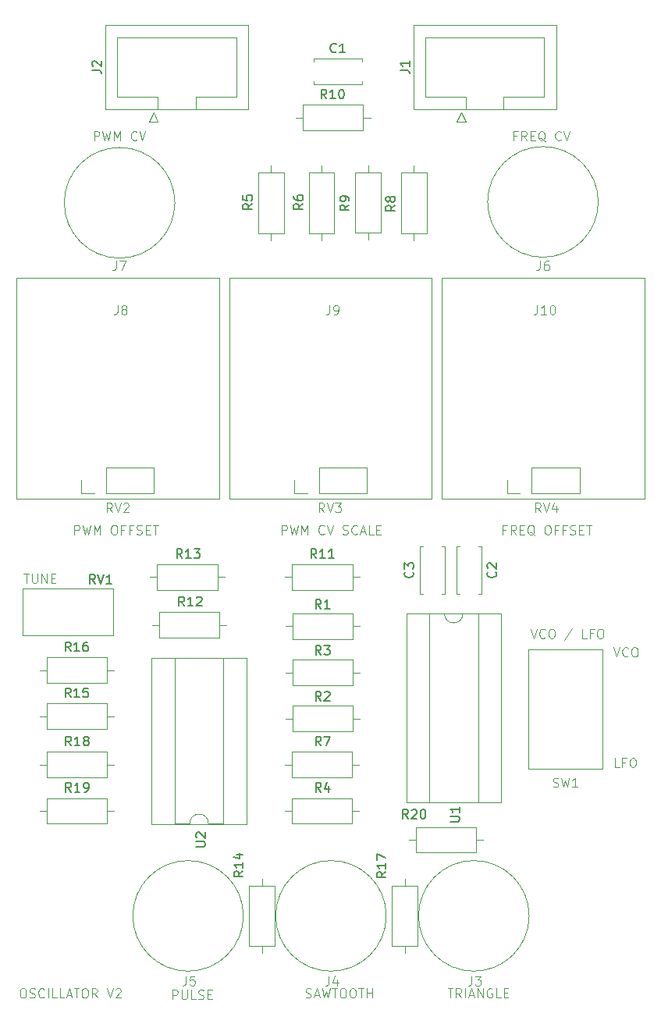
<source format=gbr>
%TF.GenerationSoftware,KiCad,Pcbnew,9.0.5*%
%TF.CreationDate,2025-12-27T15:29:38+11:00*%
%TF.ProjectId,oscillator,6f736369-6c6c-4617-946f-722e6b696361,rev?*%
%TF.SameCoordinates,Original*%
%TF.FileFunction,Legend,Top*%
%TF.FilePolarity,Positive*%
%FSLAX46Y46*%
G04 Gerber Fmt 4.6, Leading zero omitted, Abs format (unit mm)*
G04 Created by KiCad (PCBNEW 9.0.5) date 2025-12-27 15:29:38*
%MOMM*%
%LPD*%
G01*
G04 APERTURE LIST*
%ADD10C,0.100000*%
%ADD11C,0.150000*%
%ADD12C,0.120000*%
G04 APERTURE END LIST*
D10*
X51661027Y-86872419D02*
X52232455Y-86872419D01*
X51946741Y-87872419D02*
X51946741Y-86872419D01*
X52565789Y-86872419D02*
X52565789Y-87681942D01*
X52565789Y-87681942D02*
X52613408Y-87777180D01*
X52613408Y-87777180D02*
X52661027Y-87824800D01*
X52661027Y-87824800D02*
X52756265Y-87872419D01*
X52756265Y-87872419D02*
X52946741Y-87872419D01*
X52946741Y-87872419D02*
X53041979Y-87824800D01*
X53041979Y-87824800D02*
X53089598Y-87777180D01*
X53089598Y-87777180D02*
X53137217Y-87681942D01*
X53137217Y-87681942D02*
X53137217Y-86872419D01*
X53613408Y-87872419D02*
X53613408Y-86872419D01*
X53613408Y-86872419D02*
X54184836Y-87872419D01*
X54184836Y-87872419D02*
X54184836Y-86872419D01*
X54661027Y-87348609D02*
X54994360Y-87348609D01*
X55137217Y-87872419D02*
X54661027Y-87872419D01*
X54661027Y-87872419D02*
X54661027Y-86872419D01*
X54661027Y-86872419D02*
X55137217Y-86872419D01*
X106661027Y-92872419D02*
X106994360Y-93872419D01*
X106994360Y-93872419D02*
X107327693Y-92872419D01*
X108232455Y-93777180D02*
X108184836Y-93824800D01*
X108184836Y-93824800D02*
X108041979Y-93872419D01*
X108041979Y-93872419D02*
X107946741Y-93872419D01*
X107946741Y-93872419D02*
X107803884Y-93824800D01*
X107803884Y-93824800D02*
X107708646Y-93729561D01*
X107708646Y-93729561D02*
X107661027Y-93634323D01*
X107661027Y-93634323D02*
X107613408Y-93443847D01*
X107613408Y-93443847D02*
X107613408Y-93300990D01*
X107613408Y-93300990D02*
X107661027Y-93110514D01*
X107661027Y-93110514D02*
X107708646Y-93015276D01*
X107708646Y-93015276D02*
X107803884Y-92920038D01*
X107803884Y-92920038D02*
X107946741Y-92872419D01*
X107946741Y-92872419D02*
X108041979Y-92872419D01*
X108041979Y-92872419D02*
X108184836Y-92920038D01*
X108184836Y-92920038D02*
X108232455Y-92967657D01*
X108851503Y-92872419D02*
X109041979Y-92872419D01*
X109041979Y-92872419D02*
X109137217Y-92920038D01*
X109137217Y-92920038D02*
X109232455Y-93015276D01*
X109232455Y-93015276D02*
X109280074Y-93205752D01*
X109280074Y-93205752D02*
X109280074Y-93539085D01*
X109280074Y-93539085D02*
X109232455Y-93729561D01*
X109232455Y-93729561D02*
X109137217Y-93824800D01*
X109137217Y-93824800D02*
X109041979Y-93872419D01*
X109041979Y-93872419D02*
X108851503Y-93872419D01*
X108851503Y-93872419D02*
X108756265Y-93824800D01*
X108756265Y-93824800D02*
X108661027Y-93729561D01*
X108661027Y-93729561D02*
X108613408Y-93539085D01*
X108613408Y-93539085D02*
X108613408Y-93205752D01*
X108613408Y-93205752D02*
X108661027Y-93015276D01*
X108661027Y-93015276D02*
X108756265Y-92920038D01*
X108756265Y-92920038D02*
X108851503Y-92872419D01*
X111184836Y-92824800D02*
X110327694Y-94110514D01*
X112756265Y-93872419D02*
X112280075Y-93872419D01*
X112280075Y-93872419D02*
X112280075Y-92872419D01*
X113422932Y-93348609D02*
X113089599Y-93348609D01*
X113089599Y-93872419D02*
X113089599Y-92872419D01*
X113089599Y-92872419D02*
X113565789Y-92872419D01*
X114137218Y-92872419D02*
X114327694Y-92872419D01*
X114327694Y-92872419D02*
X114422932Y-92920038D01*
X114422932Y-92920038D02*
X114518170Y-93015276D01*
X114518170Y-93015276D02*
X114565789Y-93205752D01*
X114565789Y-93205752D02*
X114565789Y-93539085D01*
X114565789Y-93539085D02*
X114518170Y-93729561D01*
X114518170Y-93729561D02*
X114422932Y-93824800D01*
X114422932Y-93824800D02*
X114327694Y-93872419D01*
X114327694Y-93872419D02*
X114137218Y-93872419D01*
X114137218Y-93872419D02*
X114041980Y-93824800D01*
X114041980Y-93824800D02*
X113946742Y-93729561D01*
X113946742Y-93729561D02*
X113899123Y-93539085D01*
X113899123Y-93539085D02*
X113899123Y-93205752D01*
X113899123Y-93205752D02*
X113946742Y-93015276D01*
X113946742Y-93015276D02*
X114041980Y-92920038D01*
X114041980Y-92920038D02*
X114137218Y-92872419D01*
X57153884Y-82622419D02*
X57153884Y-81622419D01*
X57153884Y-81622419D02*
X57534836Y-81622419D01*
X57534836Y-81622419D02*
X57630074Y-81670038D01*
X57630074Y-81670038D02*
X57677693Y-81717657D01*
X57677693Y-81717657D02*
X57725312Y-81812895D01*
X57725312Y-81812895D02*
X57725312Y-81955752D01*
X57725312Y-81955752D02*
X57677693Y-82050990D01*
X57677693Y-82050990D02*
X57630074Y-82098609D01*
X57630074Y-82098609D02*
X57534836Y-82146228D01*
X57534836Y-82146228D02*
X57153884Y-82146228D01*
X58058646Y-81622419D02*
X58296741Y-82622419D01*
X58296741Y-82622419D02*
X58487217Y-81908133D01*
X58487217Y-81908133D02*
X58677693Y-82622419D01*
X58677693Y-82622419D02*
X58915789Y-81622419D01*
X59296741Y-82622419D02*
X59296741Y-81622419D01*
X59296741Y-81622419D02*
X59630074Y-82336704D01*
X59630074Y-82336704D02*
X59963407Y-81622419D01*
X59963407Y-81622419D02*
X59963407Y-82622419D01*
X61391979Y-81622419D02*
X61582455Y-81622419D01*
X61582455Y-81622419D02*
X61677693Y-81670038D01*
X61677693Y-81670038D02*
X61772931Y-81765276D01*
X61772931Y-81765276D02*
X61820550Y-81955752D01*
X61820550Y-81955752D02*
X61820550Y-82289085D01*
X61820550Y-82289085D02*
X61772931Y-82479561D01*
X61772931Y-82479561D02*
X61677693Y-82574800D01*
X61677693Y-82574800D02*
X61582455Y-82622419D01*
X61582455Y-82622419D02*
X61391979Y-82622419D01*
X61391979Y-82622419D02*
X61296741Y-82574800D01*
X61296741Y-82574800D02*
X61201503Y-82479561D01*
X61201503Y-82479561D02*
X61153884Y-82289085D01*
X61153884Y-82289085D02*
X61153884Y-81955752D01*
X61153884Y-81955752D02*
X61201503Y-81765276D01*
X61201503Y-81765276D02*
X61296741Y-81670038D01*
X61296741Y-81670038D02*
X61391979Y-81622419D01*
X62582455Y-82098609D02*
X62249122Y-82098609D01*
X62249122Y-82622419D02*
X62249122Y-81622419D01*
X62249122Y-81622419D02*
X62725312Y-81622419D01*
X63439598Y-82098609D02*
X63106265Y-82098609D01*
X63106265Y-82622419D02*
X63106265Y-81622419D01*
X63106265Y-81622419D02*
X63582455Y-81622419D01*
X63915789Y-82574800D02*
X64058646Y-82622419D01*
X64058646Y-82622419D02*
X64296741Y-82622419D01*
X64296741Y-82622419D02*
X64391979Y-82574800D01*
X64391979Y-82574800D02*
X64439598Y-82527180D01*
X64439598Y-82527180D02*
X64487217Y-82431942D01*
X64487217Y-82431942D02*
X64487217Y-82336704D01*
X64487217Y-82336704D02*
X64439598Y-82241466D01*
X64439598Y-82241466D02*
X64391979Y-82193847D01*
X64391979Y-82193847D02*
X64296741Y-82146228D01*
X64296741Y-82146228D02*
X64106265Y-82098609D01*
X64106265Y-82098609D02*
X64011027Y-82050990D01*
X64011027Y-82050990D02*
X63963408Y-82003371D01*
X63963408Y-82003371D02*
X63915789Y-81908133D01*
X63915789Y-81908133D02*
X63915789Y-81812895D01*
X63915789Y-81812895D02*
X63963408Y-81717657D01*
X63963408Y-81717657D02*
X64011027Y-81670038D01*
X64011027Y-81670038D02*
X64106265Y-81622419D01*
X64106265Y-81622419D02*
X64344360Y-81622419D01*
X64344360Y-81622419D02*
X64487217Y-81670038D01*
X64915789Y-82098609D02*
X65249122Y-82098609D01*
X65391979Y-82622419D02*
X64915789Y-82622419D01*
X64915789Y-82622419D02*
X64915789Y-81622419D01*
X64915789Y-81622419D02*
X65391979Y-81622419D01*
X65677694Y-81622419D02*
X66249122Y-81622419D01*
X65963408Y-82622419D02*
X65963408Y-81622419D01*
X82256265Y-132824800D02*
X82399122Y-132872419D01*
X82399122Y-132872419D02*
X82637217Y-132872419D01*
X82637217Y-132872419D02*
X82732455Y-132824800D01*
X82732455Y-132824800D02*
X82780074Y-132777180D01*
X82780074Y-132777180D02*
X82827693Y-132681942D01*
X82827693Y-132681942D02*
X82827693Y-132586704D01*
X82827693Y-132586704D02*
X82780074Y-132491466D01*
X82780074Y-132491466D02*
X82732455Y-132443847D01*
X82732455Y-132443847D02*
X82637217Y-132396228D01*
X82637217Y-132396228D02*
X82446741Y-132348609D01*
X82446741Y-132348609D02*
X82351503Y-132300990D01*
X82351503Y-132300990D02*
X82303884Y-132253371D01*
X82303884Y-132253371D02*
X82256265Y-132158133D01*
X82256265Y-132158133D02*
X82256265Y-132062895D01*
X82256265Y-132062895D02*
X82303884Y-131967657D01*
X82303884Y-131967657D02*
X82351503Y-131920038D01*
X82351503Y-131920038D02*
X82446741Y-131872419D01*
X82446741Y-131872419D02*
X82684836Y-131872419D01*
X82684836Y-131872419D02*
X82827693Y-131920038D01*
X83208646Y-132586704D02*
X83684836Y-132586704D01*
X83113408Y-132872419D02*
X83446741Y-131872419D01*
X83446741Y-131872419D02*
X83780074Y-132872419D01*
X84018170Y-131872419D02*
X84256265Y-132872419D01*
X84256265Y-132872419D02*
X84446741Y-132158133D01*
X84446741Y-132158133D02*
X84637217Y-132872419D01*
X84637217Y-132872419D02*
X84875313Y-131872419D01*
X85113408Y-131872419D02*
X85684836Y-131872419D01*
X85399122Y-132872419D02*
X85399122Y-131872419D01*
X86208646Y-131872419D02*
X86399122Y-131872419D01*
X86399122Y-131872419D02*
X86494360Y-131920038D01*
X86494360Y-131920038D02*
X86589598Y-132015276D01*
X86589598Y-132015276D02*
X86637217Y-132205752D01*
X86637217Y-132205752D02*
X86637217Y-132539085D01*
X86637217Y-132539085D02*
X86589598Y-132729561D01*
X86589598Y-132729561D02*
X86494360Y-132824800D01*
X86494360Y-132824800D02*
X86399122Y-132872419D01*
X86399122Y-132872419D02*
X86208646Y-132872419D01*
X86208646Y-132872419D02*
X86113408Y-132824800D01*
X86113408Y-132824800D02*
X86018170Y-132729561D01*
X86018170Y-132729561D02*
X85970551Y-132539085D01*
X85970551Y-132539085D02*
X85970551Y-132205752D01*
X85970551Y-132205752D02*
X86018170Y-132015276D01*
X86018170Y-132015276D02*
X86113408Y-131920038D01*
X86113408Y-131920038D02*
X86208646Y-131872419D01*
X87256265Y-131872419D02*
X87446741Y-131872419D01*
X87446741Y-131872419D02*
X87541979Y-131920038D01*
X87541979Y-131920038D02*
X87637217Y-132015276D01*
X87637217Y-132015276D02*
X87684836Y-132205752D01*
X87684836Y-132205752D02*
X87684836Y-132539085D01*
X87684836Y-132539085D02*
X87637217Y-132729561D01*
X87637217Y-132729561D02*
X87541979Y-132824800D01*
X87541979Y-132824800D02*
X87446741Y-132872419D01*
X87446741Y-132872419D02*
X87256265Y-132872419D01*
X87256265Y-132872419D02*
X87161027Y-132824800D01*
X87161027Y-132824800D02*
X87065789Y-132729561D01*
X87065789Y-132729561D02*
X87018170Y-132539085D01*
X87018170Y-132539085D02*
X87018170Y-132205752D01*
X87018170Y-132205752D02*
X87065789Y-132015276D01*
X87065789Y-132015276D02*
X87161027Y-131920038D01*
X87161027Y-131920038D02*
X87256265Y-131872419D01*
X87970551Y-131872419D02*
X88541979Y-131872419D01*
X88256265Y-132872419D02*
X88256265Y-131872419D01*
X88875313Y-132872419D02*
X88875313Y-131872419D01*
X88875313Y-132348609D02*
X89446741Y-132348609D01*
X89446741Y-132872419D02*
X89446741Y-131872419D01*
X103987217Y-82098609D02*
X103653884Y-82098609D01*
X103653884Y-82622419D02*
X103653884Y-81622419D01*
X103653884Y-81622419D02*
X104130074Y-81622419D01*
X105082455Y-82622419D02*
X104749122Y-82146228D01*
X104511027Y-82622419D02*
X104511027Y-81622419D01*
X104511027Y-81622419D02*
X104891979Y-81622419D01*
X104891979Y-81622419D02*
X104987217Y-81670038D01*
X104987217Y-81670038D02*
X105034836Y-81717657D01*
X105034836Y-81717657D02*
X105082455Y-81812895D01*
X105082455Y-81812895D02*
X105082455Y-81955752D01*
X105082455Y-81955752D02*
X105034836Y-82050990D01*
X105034836Y-82050990D02*
X104987217Y-82098609D01*
X104987217Y-82098609D02*
X104891979Y-82146228D01*
X104891979Y-82146228D02*
X104511027Y-82146228D01*
X105511027Y-82098609D02*
X105844360Y-82098609D01*
X105987217Y-82622419D02*
X105511027Y-82622419D01*
X105511027Y-82622419D02*
X105511027Y-81622419D01*
X105511027Y-81622419D02*
X105987217Y-81622419D01*
X107082455Y-82717657D02*
X106987217Y-82670038D01*
X106987217Y-82670038D02*
X106891979Y-82574800D01*
X106891979Y-82574800D02*
X106749122Y-82431942D01*
X106749122Y-82431942D02*
X106653884Y-82384323D01*
X106653884Y-82384323D02*
X106558646Y-82384323D01*
X106606265Y-82622419D02*
X106511027Y-82574800D01*
X106511027Y-82574800D02*
X106415789Y-82479561D01*
X106415789Y-82479561D02*
X106368170Y-82289085D01*
X106368170Y-82289085D02*
X106368170Y-81955752D01*
X106368170Y-81955752D02*
X106415789Y-81765276D01*
X106415789Y-81765276D02*
X106511027Y-81670038D01*
X106511027Y-81670038D02*
X106606265Y-81622419D01*
X106606265Y-81622419D02*
X106796741Y-81622419D01*
X106796741Y-81622419D02*
X106891979Y-81670038D01*
X106891979Y-81670038D02*
X106987217Y-81765276D01*
X106987217Y-81765276D02*
X107034836Y-81955752D01*
X107034836Y-81955752D02*
X107034836Y-82289085D01*
X107034836Y-82289085D02*
X106987217Y-82479561D01*
X106987217Y-82479561D02*
X106891979Y-82574800D01*
X106891979Y-82574800D02*
X106796741Y-82622419D01*
X106796741Y-82622419D02*
X106606265Y-82622419D01*
X108415789Y-81622419D02*
X108606265Y-81622419D01*
X108606265Y-81622419D02*
X108701503Y-81670038D01*
X108701503Y-81670038D02*
X108796741Y-81765276D01*
X108796741Y-81765276D02*
X108844360Y-81955752D01*
X108844360Y-81955752D02*
X108844360Y-82289085D01*
X108844360Y-82289085D02*
X108796741Y-82479561D01*
X108796741Y-82479561D02*
X108701503Y-82574800D01*
X108701503Y-82574800D02*
X108606265Y-82622419D01*
X108606265Y-82622419D02*
X108415789Y-82622419D01*
X108415789Y-82622419D02*
X108320551Y-82574800D01*
X108320551Y-82574800D02*
X108225313Y-82479561D01*
X108225313Y-82479561D02*
X108177694Y-82289085D01*
X108177694Y-82289085D02*
X108177694Y-81955752D01*
X108177694Y-81955752D02*
X108225313Y-81765276D01*
X108225313Y-81765276D02*
X108320551Y-81670038D01*
X108320551Y-81670038D02*
X108415789Y-81622419D01*
X109606265Y-82098609D02*
X109272932Y-82098609D01*
X109272932Y-82622419D02*
X109272932Y-81622419D01*
X109272932Y-81622419D02*
X109749122Y-81622419D01*
X110463408Y-82098609D02*
X110130075Y-82098609D01*
X110130075Y-82622419D02*
X110130075Y-81622419D01*
X110130075Y-81622419D02*
X110606265Y-81622419D01*
X110939599Y-82574800D02*
X111082456Y-82622419D01*
X111082456Y-82622419D02*
X111320551Y-82622419D01*
X111320551Y-82622419D02*
X111415789Y-82574800D01*
X111415789Y-82574800D02*
X111463408Y-82527180D01*
X111463408Y-82527180D02*
X111511027Y-82431942D01*
X111511027Y-82431942D02*
X111511027Y-82336704D01*
X111511027Y-82336704D02*
X111463408Y-82241466D01*
X111463408Y-82241466D02*
X111415789Y-82193847D01*
X111415789Y-82193847D02*
X111320551Y-82146228D01*
X111320551Y-82146228D02*
X111130075Y-82098609D01*
X111130075Y-82098609D02*
X111034837Y-82050990D01*
X111034837Y-82050990D02*
X110987218Y-82003371D01*
X110987218Y-82003371D02*
X110939599Y-81908133D01*
X110939599Y-81908133D02*
X110939599Y-81812895D01*
X110939599Y-81812895D02*
X110987218Y-81717657D01*
X110987218Y-81717657D02*
X111034837Y-81670038D01*
X111034837Y-81670038D02*
X111130075Y-81622419D01*
X111130075Y-81622419D02*
X111368170Y-81622419D01*
X111368170Y-81622419D02*
X111511027Y-81670038D01*
X111939599Y-82098609D02*
X112272932Y-82098609D01*
X112415789Y-82622419D02*
X111939599Y-82622419D01*
X111939599Y-82622419D02*
X111939599Y-81622419D01*
X111939599Y-81622419D02*
X112415789Y-81622419D01*
X112701504Y-81622419D02*
X113272932Y-81622419D01*
X112987218Y-82622419D02*
X112987218Y-81622419D01*
X79653884Y-82622419D02*
X79653884Y-81622419D01*
X79653884Y-81622419D02*
X80034836Y-81622419D01*
X80034836Y-81622419D02*
X80130074Y-81670038D01*
X80130074Y-81670038D02*
X80177693Y-81717657D01*
X80177693Y-81717657D02*
X80225312Y-81812895D01*
X80225312Y-81812895D02*
X80225312Y-81955752D01*
X80225312Y-81955752D02*
X80177693Y-82050990D01*
X80177693Y-82050990D02*
X80130074Y-82098609D01*
X80130074Y-82098609D02*
X80034836Y-82146228D01*
X80034836Y-82146228D02*
X79653884Y-82146228D01*
X80558646Y-81622419D02*
X80796741Y-82622419D01*
X80796741Y-82622419D02*
X80987217Y-81908133D01*
X80987217Y-81908133D02*
X81177693Y-82622419D01*
X81177693Y-82622419D02*
X81415789Y-81622419D01*
X81796741Y-82622419D02*
X81796741Y-81622419D01*
X81796741Y-81622419D02*
X82130074Y-82336704D01*
X82130074Y-82336704D02*
X82463407Y-81622419D01*
X82463407Y-81622419D02*
X82463407Y-82622419D01*
X84272931Y-82527180D02*
X84225312Y-82574800D01*
X84225312Y-82574800D02*
X84082455Y-82622419D01*
X84082455Y-82622419D02*
X83987217Y-82622419D01*
X83987217Y-82622419D02*
X83844360Y-82574800D01*
X83844360Y-82574800D02*
X83749122Y-82479561D01*
X83749122Y-82479561D02*
X83701503Y-82384323D01*
X83701503Y-82384323D02*
X83653884Y-82193847D01*
X83653884Y-82193847D02*
X83653884Y-82050990D01*
X83653884Y-82050990D02*
X83701503Y-81860514D01*
X83701503Y-81860514D02*
X83749122Y-81765276D01*
X83749122Y-81765276D02*
X83844360Y-81670038D01*
X83844360Y-81670038D02*
X83987217Y-81622419D01*
X83987217Y-81622419D02*
X84082455Y-81622419D01*
X84082455Y-81622419D02*
X84225312Y-81670038D01*
X84225312Y-81670038D02*
X84272931Y-81717657D01*
X84558646Y-81622419D02*
X84891979Y-82622419D01*
X84891979Y-82622419D02*
X85225312Y-81622419D01*
X86272932Y-82574800D02*
X86415789Y-82622419D01*
X86415789Y-82622419D02*
X86653884Y-82622419D01*
X86653884Y-82622419D02*
X86749122Y-82574800D01*
X86749122Y-82574800D02*
X86796741Y-82527180D01*
X86796741Y-82527180D02*
X86844360Y-82431942D01*
X86844360Y-82431942D02*
X86844360Y-82336704D01*
X86844360Y-82336704D02*
X86796741Y-82241466D01*
X86796741Y-82241466D02*
X86749122Y-82193847D01*
X86749122Y-82193847D02*
X86653884Y-82146228D01*
X86653884Y-82146228D02*
X86463408Y-82098609D01*
X86463408Y-82098609D02*
X86368170Y-82050990D01*
X86368170Y-82050990D02*
X86320551Y-82003371D01*
X86320551Y-82003371D02*
X86272932Y-81908133D01*
X86272932Y-81908133D02*
X86272932Y-81812895D01*
X86272932Y-81812895D02*
X86320551Y-81717657D01*
X86320551Y-81717657D02*
X86368170Y-81670038D01*
X86368170Y-81670038D02*
X86463408Y-81622419D01*
X86463408Y-81622419D02*
X86701503Y-81622419D01*
X86701503Y-81622419D02*
X86844360Y-81670038D01*
X87844360Y-82527180D02*
X87796741Y-82574800D01*
X87796741Y-82574800D02*
X87653884Y-82622419D01*
X87653884Y-82622419D02*
X87558646Y-82622419D01*
X87558646Y-82622419D02*
X87415789Y-82574800D01*
X87415789Y-82574800D02*
X87320551Y-82479561D01*
X87320551Y-82479561D02*
X87272932Y-82384323D01*
X87272932Y-82384323D02*
X87225313Y-82193847D01*
X87225313Y-82193847D02*
X87225313Y-82050990D01*
X87225313Y-82050990D02*
X87272932Y-81860514D01*
X87272932Y-81860514D02*
X87320551Y-81765276D01*
X87320551Y-81765276D02*
X87415789Y-81670038D01*
X87415789Y-81670038D02*
X87558646Y-81622419D01*
X87558646Y-81622419D02*
X87653884Y-81622419D01*
X87653884Y-81622419D02*
X87796741Y-81670038D01*
X87796741Y-81670038D02*
X87844360Y-81717657D01*
X88225313Y-82336704D02*
X88701503Y-82336704D01*
X88130075Y-82622419D02*
X88463408Y-81622419D01*
X88463408Y-81622419D02*
X88796741Y-82622419D01*
X89606265Y-82622419D02*
X89130075Y-82622419D01*
X89130075Y-82622419D02*
X89130075Y-81622419D01*
X89939599Y-82098609D02*
X90272932Y-82098609D01*
X90415789Y-82622419D02*
X89939599Y-82622419D01*
X89939599Y-82622419D02*
X89939599Y-81622419D01*
X89939599Y-81622419D02*
X90415789Y-81622419D01*
X116280074Y-107872419D02*
X115803884Y-107872419D01*
X115803884Y-107872419D02*
X115803884Y-106872419D01*
X116946741Y-107348609D02*
X116613408Y-107348609D01*
X116613408Y-107872419D02*
X116613408Y-106872419D01*
X116613408Y-106872419D02*
X117089598Y-106872419D01*
X117661027Y-106872419D02*
X117851503Y-106872419D01*
X117851503Y-106872419D02*
X117946741Y-106920038D01*
X117946741Y-106920038D02*
X118041979Y-107015276D01*
X118041979Y-107015276D02*
X118089598Y-107205752D01*
X118089598Y-107205752D02*
X118089598Y-107539085D01*
X118089598Y-107539085D02*
X118041979Y-107729561D01*
X118041979Y-107729561D02*
X117946741Y-107824800D01*
X117946741Y-107824800D02*
X117851503Y-107872419D01*
X117851503Y-107872419D02*
X117661027Y-107872419D01*
X117661027Y-107872419D02*
X117565789Y-107824800D01*
X117565789Y-107824800D02*
X117470551Y-107729561D01*
X117470551Y-107729561D02*
X117422932Y-107539085D01*
X117422932Y-107539085D02*
X117422932Y-107205752D01*
X117422932Y-107205752D02*
X117470551Y-107015276D01*
X117470551Y-107015276D02*
X117565789Y-106920038D01*
X117565789Y-106920038D02*
X117661027Y-106872419D01*
X115661027Y-94872419D02*
X115994360Y-95872419D01*
X115994360Y-95872419D02*
X116327693Y-94872419D01*
X117232455Y-95777180D02*
X117184836Y-95824800D01*
X117184836Y-95824800D02*
X117041979Y-95872419D01*
X117041979Y-95872419D02*
X116946741Y-95872419D01*
X116946741Y-95872419D02*
X116803884Y-95824800D01*
X116803884Y-95824800D02*
X116708646Y-95729561D01*
X116708646Y-95729561D02*
X116661027Y-95634323D01*
X116661027Y-95634323D02*
X116613408Y-95443847D01*
X116613408Y-95443847D02*
X116613408Y-95300990D01*
X116613408Y-95300990D02*
X116661027Y-95110514D01*
X116661027Y-95110514D02*
X116708646Y-95015276D01*
X116708646Y-95015276D02*
X116803884Y-94920038D01*
X116803884Y-94920038D02*
X116946741Y-94872419D01*
X116946741Y-94872419D02*
X117041979Y-94872419D01*
X117041979Y-94872419D02*
X117184836Y-94920038D01*
X117184836Y-94920038D02*
X117232455Y-94967657D01*
X117851503Y-94872419D02*
X118041979Y-94872419D01*
X118041979Y-94872419D02*
X118137217Y-94920038D01*
X118137217Y-94920038D02*
X118232455Y-95015276D01*
X118232455Y-95015276D02*
X118280074Y-95205752D01*
X118280074Y-95205752D02*
X118280074Y-95539085D01*
X118280074Y-95539085D02*
X118232455Y-95729561D01*
X118232455Y-95729561D02*
X118137217Y-95824800D01*
X118137217Y-95824800D02*
X118041979Y-95872419D01*
X118041979Y-95872419D02*
X117851503Y-95872419D01*
X117851503Y-95872419D02*
X117756265Y-95824800D01*
X117756265Y-95824800D02*
X117661027Y-95729561D01*
X117661027Y-95729561D02*
X117613408Y-95539085D01*
X117613408Y-95539085D02*
X117613408Y-95205752D01*
X117613408Y-95205752D02*
X117661027Y-95015276D01*
X117661027Y-95015276D02*
X117756265Y-94920038D01*
X117756265Y-94920038D02*
X117851503Y-94872419D01*
X51494360Y-131872419D02*
X51684836Y-131872419D01*
X51684836Y-131872419D02*
X51780074Y-131920038D01*
X51780074Y-131920038D02*
X51875312Y-132015276D01*
X51875312Y-132015276D02*
X51922931Y-132205752D01*
X51922931Y-132205752D02*
X51922931Y-132539085D01*
X51922931Y-132539085D02*
X51875312Y-132729561D01*
X51875312Y-132729561D02*
X51780074Y-132824800D01*
X51780074Y-132824800D02*
X51684836Y-132872419D01*
X51684836Y-132872419D02*
X51494360Y-132872419D01*
X51494360Y-132872419D02*
X51399122Y-132824800D01*
X51399122Y-132824800D02*
X51303884Y-132729561D01*
X51303884Y-132729561D02*
X51256265Y-132539085D01*
X51256265Y-132539085D02*
X51256265Y-132205752D01*
X51256265Y-132205752D02*
X51303884Y-132015276D01*
X51303884Y-132015276D02*
X51399122Y-131920038D01*
X51399122Y-131920038D02*
X51494360Y-131872419D01*
X52303884Y-132824800D02*
X52446741Y-132872419D01*
X52446741Y-132872419D02*
X52684836Y-132872419D01*
X52684836Y-132872419D02*
X52780074Y-132824800D01*
X52780074Y-132824800D02*
X52827693Y-132777180D01*
X52827693Y-132777180D02*
X52875312Y-132681942D01*
X52875312Y-132681942D02*
X52875312Y-132586704D01*
X52875312Y-132586704D02*
X52827693Y-132491466D01*
X52827693Y-132491466D02*
X52780074Y-132443847D01*
X52780074Y-132443847D02*
X52684836Y-132396228D01*
X52684836Y-132396228D02*
X52494360Y-132348609D01*
X52494360Y-132348609D02*
X52399122Y-132300990D01*
X52399122Y-132300990D02*
X52351503Y-132253371D01*
X52351503Y-132253371D02*
X52303884Y-132158133D01*
X52303884Y-132158133D02*
X52303884Y-132062895D01*
X52303884Y-132062895D02*
X52351503Y-131967657D01*
X52351503Y-131967657D02*
X52399122Y-131920038D01*
X52399122Y-131920038D02*
X52494360Y-131872419D01*
X52494360Y-131872419D02*
X52732455Y-131872419D01*
X52732455Y-131872419D02*
X52875312Y-131920038D01*
X53875312Y-132777180D02*
X53827693Y-132824800D01*
X53827693Y-132824800D02*
X53684836Y-132872419D01*
X53684836Y-132872419D02*
X53589598Y-132872419D01*
X53589598Y-132872419D02*
X53446741Y-132824800D01*
X53446741Y-132824800D02*
X53351503Y-132729561D01*
X53351503Y-132729561D02*
X53303884Y-132634323D01*
X53303884Y-132634323D02*
X53256265Y-132443847D01*
X53256265Y-132443847D02*
X53256265Y-132300990D01*
X53256265Y-132300990D02*
X53303884Y-132110514D01*
X53303884Y-132110514D02*
X53351503Y-132015276D01*
X53351503Y-132015276D02*
X53446741Y-131920038D01*
X53446741Y-131920038D02*
X53589598Y-131872419D01*
X53589598Y-131872419D02*
X53684836Y-131872419D01*
X53684836Y-131872419D02*
X53827693Y-131920038D01*
X53827693Y-131920038D02*
X53875312Y-131967657D01*
X54303884Y-132872419D02*
X54303884Y-131872419D01*
X55256264Y-132872419D02*
X54780074Y-132872419D01*
X54780074Y-132872419D02*
X54780074Y-131872419D01*
X56065788Y-132872419D02*
X55589598Y-132872419D01*
X55589598Y-132872419D02*
X55589598Y-131872419D01*
X56351503Y-132586704D02*
X56827693Y-132586704D01*
X56256265Y-132872419D02*
X56589598Y-131872419D01*
X56589598Y-131872419D02*
X56922931Y-132872419D01*
X57113408Y-131872419D02*
X57684836Y-131872419D01*
X57399122Y-132872419D02*
X57399122Y-131872419D01*
X58208646Y-131872419D02*
X58399122Y-131872419D01*
X58399122Y-131872419D02*
X58494360Y-131920038D01*
X58494360Y-131920038D02*
X58589598Y-132015276D01*
X58589598Y-132015276D02*
X58637217Y-132205752D01*
X58637217Y-132205752D02*
X58637217Y-132539085D01*
X58637217Y-132539085D02*
X58589598Y-132729561D01*
X58589598Y-132729561D02*
X58494360Y-132824800D01*
X58494360Y-132824800D02*
X58399122Y-132872419D01*
X58399122Y-132872419D02*
X58208646Y-132872419D01*
X58208646Y-132872419D02*
X58113408Y-132824800D01*
X58113408Y-132824800D02*
X58018170Y-132729561D01*
X58018170Y-132729561D02*
X57970551Y-132539085D01*
X57970551Y-132539085D02*
X57970551Y-132205752D01*
X57970551Y-132205752D02*
X58018170Y-132015276D01*
X58018170Y-132015276D02*
X58113408Y-131920038D01*
X58113408Y-131920038D02*
X58208646Y-131872419D01*
X59637217Y-132872419D02*
X59303884Y-132396228D01*
X59065789Y-132872419D02*
X59065789Y-131872419D01*
X59065789Y-131872419D02*
X59446741Y-131872419D01*
X59446741Y-131872419D02*
X59541979Y-131920038D01*
X59541979Y-131920038D02*
X59589598Y-131967657D01*
X59589598Y-131967657D02*
X59637217Y-132062895D01*
X59637217Y-132062895D02*
X59637217Y-132205752D01*
X59637217Y-132205752D02*
X59589598Y-132300990D01*
X59589598Y-132300990D02*
X59541979Y-132348609D01*
X59541979Y-132348609D02*
X59446741Y-132396228D01*
X59446741Y-132396228D02*
X59065789Y-132396228D01*
X60684837Y-131872419D02*
X61018170Y-132872419D01*
X61018170Y-132872419D02*
X61351503Y-131872419D01*
X61637218Y-131967657D02*
X61684837Y-131920038D01*
X61684837Y-131920038D02*
X61780075Y-131872419D01*
X61780075Y-131872419D02*
X62018170Y-131872419D01*
X62018170Y-131872419D02*
X62113408Y-131920038D01*
X62113408Y-131920038D02*
X62161027Y-131967657D01*
X62161027Y-131967657D02*
X62208646Y-132062895D01*
X62208646Y-132062895D02*
X62208646Y-132158133D01*
X62208646Y-132158133D02*
X62161027Y-132300990D01*
X62161027Y-132300990D02*
X61589599Y-132872419D01*
X61589599Y-132872419D02*
X62208646Y-132872419D01*
X105137217Y-39348609D02*
X104803884Y-39348609D01*
X104803884Y-39872419D02*
X104803884Y-38872419D01*
X104803884Y-38872419D02*
X105280074Y-38872419D01*
X106232455Y-39872419D02*
X105899122Y-39396228D01*
X105661027Y-39872419D02*
X105661027Y-38872419D01*
X105661027Y-38872419D02*
X106041979Y-38872419D01*
X106041979Y-38872419D02*
X106137217Y-38920038D01*
X106137217Y-38920038D02*
X106184836Y-38967657D01*
X106184836Y-38967657D02*
X106232455Y-39062895D01*
X106232455Y-39062895D02*
X106232455Y-39205752D01*
X106232455Y-39205752D02*
X106184836Y-39300990D01*
X106184836Y-39300990D02*
X106137217Y-39348609D01*
X106137217Y-39348609D02*
X106041979Y-39396228D01*
X106041979Y-39396228D02*
X105661027Y-39396228D01*
X106661027Y-39348609D02*
X106994360Y-39348609D01*
X107137217Y-39872419D02*
X106661027Y-39872419D01*
X106661027Y-39872419D02*
X106661027Y-38872419D01*
X106661027Y-38872419D02*
X107137217Y-38872419D01*
X108232455Y-39967657D02*
X108137217Y-39920038D01*
X108137217Y-39920038D02*
X108041979Y-39824800D01*
X108041979Y-39824800D02*
X107899122Y-39681942D01*
X107899122Y-39681942D02*
X107803884Y-39634323D01*
X107803884Y-39634323D02*
X107708646Y-39634323D01*
X107756265Y-39872419D02*
X107661027Y-39824800D01*
X107661027Y-39824800D02*
X107565789Y-39729561D01*
X107565789Y-39729561D02*
X107518170Y-39539085D01*
X107518170Y-39539085D02*
X107518170Y-39205752D01*
X107518170Y-39205752D02*
X107565789Y-39015276D01*
X107565789Y-39015276D02*
X107661027Y-38920038D01*
X107661027Y-38920038D02*
X107756265Y-38872419D01*
X107756265Y-38872419D02*
X107946741Y-38872419D01*
X107946741Y-38872419D02*
X108041979Y-38920038D01*
X108041979Y-38920038D02*
X108137217Y-39015276D01*
X108137217Y-39015276D02*
X108184836Y-39205752D01*
X108184836Y-39205752D02*
X108184836Y-39539085D01*
X108184836Y-39539085D02*
X108137217Y-39729561D01*
X108137217Y-39729561D02*
X108041979Y-39824800D01*
X108041979Y-39824800D02*
X107946741Y-39872419D01*
X107946741Y-39872419D02*
X107756265Y-39872419D01*
X109946741Y-39777180D02*
X109899122Y-39824800D01*
X109899122Y-39824800D02*
X109756265Y-39872419D01*
X109756265Y-39872419D02*
X109661027Y-39872419D01*
X109661027Y-39872419D02*
X109518170Y-39824800D01*
X109518170Y-39824800D02*
X109422932Y-39729561D01*
X109422932Y-39729561D02*
X109375313Y-39634323D01*
X109375313Y-39634323D02*
X109327694Y-39443847D01*
X109327694Y-39443847D02*
X109327694Y-39300990D01*
X109327694Y-39300990D02*
X109375313Y-39110514D01*
X109375313Y-39110514D02*
X109422932Y-39015276D01*
X109422932Y-39015276D02*
X109518170Y-38920038D01*
X109518170Y-38920038D02*
X109661027Y-38872419D01*
X109661027Y-38872419D02*
X109756265Y-38872419D01*
X109756265Y-38872419D02*
X109899122Y-38920038D01*
X109899122Y-38920038D02*
X109946741Y-38967657D01*
X110232456Y-38872419D02*
X110565789Y-39872419D01*
X110565789Y-39872419D02*
X110899122Y-38872419D01*
X59303884Y-39872419D02*
X59303884Y-38872419D01*
X59303884Y-38872419D02*
X59684836Y-38872419D01*
X59684836Y-38872419D02*
X59780074Y-38920038D01*
X59780074Y-38920038D02*
X59827693Y-38967657D01*
X59827693Y-38967657D02*
X59875312Y-39062895D01*
X59875312Y-39062895D02*
X59875312Y-39205752D01*
X59875312Y-39205752D02*
X59827693Y-39300990D01*
X59827693Y-39300990D02*
X59780074Y-39348609D01*
X59780074Y-39348609D02*
X59684836Y-39396228D01*
X59684836Y-39396228D02*
X59303884Y-39396228D01*
X60208646Y-38872419D02*
X60446741Y-39872419D01*
X60446741Y-39872419D02*
X60637217Y-39158133D01*
X60637217Y-39158133D02*
X60827693Y-39872419D01*
X60827693Y-39872419D02*
X61065789Y-38872419D01*
X61446741Y-39872419D02*
X61446741Y-38872419D01*
X61446741Y-38872419D02*
X61780074Y-39586704D01*
X61780074Y-39586704D02*
X62113407Y-38872419D01*
X62113407Y-38872419D02*
X62113407Y-39872419D01*
X63922931Y-39777180D02*
X63875312Y-39824800D01*
X63875312Y-39824800D02*
X63732455Y-39872419D01*
X63732455Y-39872419D02*
X63637217Y-39872419D01*
X63637217Y-39872419D02*
X63494360Y-39824800D01*
X63494360Y-39824800D02*
X63399122Y-39729561D01*
X63399122Y-39729561D02*
X63351503Y-39634323D01*
X63351503Y-39634323D02*
X63303884Y-39443847D01*
X63303884Y-39443847D02*
X63303884Y-39300990D01*
X63303884Y-39300990D02*
X63351503Y-39110514D01*
X63351503Y-39110514D02*
X63399122Y-39015276D01*
X63399122Y-39015276D02*
X63494360Y-38920038D01*
X63494360Y-38920038D02*
X63637217Y-38872419D01*
X63637217Y-38872419D02*
X63732455Y-38872419D01*
X63732455Y-38872419D02*
X63875312Y-38920038D01*
X63875312Y-38920038D02*
X63922931Y-38967657D01*
X64208646Y-38872419D02*
X64541979Y-39872419D01*
X64541979Y-39872419D02*
X64875312Y-38872419D01*
X97661027Y-131872419D02*
X98232455Y-131872419D01*
X97946741Y-132872419D02*
X97946741Y-131872419D01*
X99137217Y-132872419D02*
X98803884Y-132396228D01*
X98565789Y-132872419D02*
X98565789Y-131872419D01*
X98565789Y-131872419D02*
X98946741Y-131872419D01*
X98946741Y-131872419D02*
X99041979Y-131920038D01*
X99041979Y-131920038D02*
X99089598Y-131967657D01*
X99089598Y-131967657D02*
X99137217Y-132062895D01*
X99137217Y-132062895D02*
X99137217Y-132205752D01*
X99137217Y-132205752D02*
X99089598Y-132300990D01*
X99089598Y-132300990D02*
X99041979Y-132348609D01*
X99041979Y-132348609D02*
X98946741Y-132396228D01*
X98946741Y-132396228D02*
X98565789Y-132396228D01*
X99565789Y-132872419D02*
X99565789Y-131872419D01*
X99994360Y-132586704D02*
X100470550Y-132586704D01*
X99899122Y-132872419D02*
X100232455Y-131872419D01*
X100232455Y-131872419D02*
X100565788Y-132872419D01*
X100899122Y-132872419D02*
X100899122Y-131872419D01*
X100899122Y-131872419D02*
X101470550Y-132872419D01*
X101470550Y-132872419D02*
X101470550Y-131872419D01*
X102470550Y-131920038D02*
X102375312Y-131872419D01*
X102375312Y-131872419D02*
X102232455Y-131872419D01*
X102232455Y-131872419D02*
X102089598Y-131920038D01*
X102089598Y-131920038D02*
X101994360Y-132015276D01*
X101994360Y-132015276D02*
X101946741Y-132110514D01*
X101946741Y-132110514D02*
X101899122Y-132300990D01*
X101899122Y-132300990D02*
X101899122Y-132443847D01*
X101899122Y-132443847D02*
X101946741Y-132634323D01*
X101946741Y-132634323D02*
X101994360Y-132729561D01*
X101994360Y-132729561D02*
X102089598Y-132824800D01*
X102089598Y-132824800D02*
X102232455Y-132872419D01*
X102232455Y-132872419D02*
X102327693Y-132872419D01*
X102327693Y-132872419D02*
X102470550Y-132824800D01*
X102470550Y-132824800D02*
X102518169Y-132777180D01*
X102518169Y-132777180D02*
X102518169Y-132443847D01*
X102518169Y-132443847D02*
X102327693Y-132443847D01*
X103422931Y-132872419D02*
X102946741Y-132872419D01*
X102946741Y-132872419D02*
X102946741Y-131872419D01*
X103756265Y-132348609D02*
X104089598Y-132348609D01*
X104232455Y-132872419D02*
X103756265Y-132872419D01*
X103756265Y-132872419D02*
X103756265Y-131872419D01*
X103756265Y-131872419D02*
X104232455Y-131872419D01*
X67803884Y-133034888D02*
X67803884Y-132034888D01*
X67803884Y-132034888D02*
X68184836Y-132034888D01*
X68184836Y-132034888D02*
X68280074Y-132082507D01*
X68280074Y-132082507D02*
X68327693Y-132130126D01*
X68327693Y-132130126D02*
X68375312Y-132225364D01*
X68375312Y-132225364D02*
X68375312Y-132368221D01*
X68375312Y-132368221D02*
X68327693Y-132463459D01*
X68327693Y-132463459D02*
X68280074Y-132511078D01*
X68280074Y-132511078D02*
X68184836Y-132558697D01*
X68184836Y-132558697D02*
X67803884Y-132558697D01*
X68803884Y-132034888D02*
X68803884Y-132844411D01*
X68803884Y-132844411D02*
X68851503Y-132939649D01*
X68851503Y-132939649D02*
X68899122Y-132987269D01*
X68899122Y-132987269D02*
X68994360Y-133034888D01*
X68994360Y-133034888D02*
X69184836Y-133034888D01*
X69184836Y-133034888D02*
X69280074Y-132987269D01*
X69280074Y-132987269D02*
X69327693Y-132939649D01*
X69327693Y-132939649D02*
X69375312Y-132844411D01*
X69375312Y-132844411D02*
X69375312Y-132034888D01*
X70327693Y-133034888D02*
X69851503Y-133034888D01*
X69851503Y-133034888D02*
X69851503Y-132034888D01*
X70613408Y-132987269D02*
X70756265Y-133034888D01*
X70756265Y-133034888D02*
X70994360Y-133034888D01*
X70994360Y-133034888D02*
X71089598Y-132987269D01*
X71089598Y-132987269D02*
X71137217Y-132939649D01*
X71137217Y-132939649D02*
X71184836Y-132844411D01*
X71184836Y-132844411D02*
X71184836Y-132749173D01*
X71184836Y-132749173D02*
X71137217Y-132653935D01*
X71137217Y-132653935D02*
X71089598Y-132606316D01*
X71089598Y-132606316D02*
X70994360Y-132558697D01*
X70994360Y-132558697D02*
X70803884Y-132511078D01*
X70803884Y-132511078D02*
X70708646Y-132463459D01*
X70708646Y-132463459D02*
X70661027Y-132415840D01*
X70661027Y-132415840D02*
X70613408Y-132320602D01*
X70613408Y-132320602D02*
X70613408Y-132225364D01*
X70613408Y-132225364D02*
X70661027Y-132130126D01*
X70661027Y-132130126D02*
X70708646Y-132082507D01*
X70708646Y-132082507D02*
X70803884Y-132034888D01*
X70803884Y-132034888D02*
X71041979Y-132034888D01*
X71041979Y-132034888D02*
X71184836Y-132082507D01*
X71613408Y-132511078D02*
X71946741Y-132511078D01*
X72089598Y-133034888D02*
X71613408Y-133034888D01*
X71613408Y-133034888D02*
X71613408Y-132034888D01*
X71613408Y-132034888D02*
X72089598Y-132034888D01*
X109088405Y-109981256D02*
X109231262Y-110028875D01*
X109231262Y-110028875D02*
X109469357Y-110028875D01*
X109469357Y-110028875D02*
X109564595Y-109981256D01*
X109564595Y-109981256D02*
X109612214Y-109933636D01*
X109612214Y-109933636D02*
X109659833Y-109838398D01*
X109659833Y-109838398D02*
X109659833Y-109743160D01*
X109659833Y-109743160D02*
X109612214Y-109647922D01*
X109612214Y-109647922D02*
X109564595Y-109600303D01*
X109564595Y-109600303D02*
X109469357Y-109552684D01*
X109469357Y-109552684D02*
X109278881Y-109505065D01*
X109278881Y-109505065D02*
X109183643Y-109457446D01*
X109183643Y-109457446D02*
X109136024Y-109409827D01*
X109136024Y-109409827D02*
X109088405Y-109314589D01*
X109088405Y-109314589D02*
X109088405Y-109219351D01*
X109088405Y-109219351D02*
X109136024Y-109124113D01*
X109136024Y-109124113D02*
X109183643Y-109076494D01*
X109183643Y-109076494D02*
X109278881Y-109028875D01*
X109278881Y-109028875D02*
X109516976Y-109028875D01*
X109516976Y-109028875D02*
X109659833Y-109076494D01*
X109993167Y-109028875D02*
X110231262Y-110028875D01*
X110231262Y-110028875D02*
X110421738Y-109314589D01*
X110421738Y-109314589D02*
X110612214Y-110028875D01*
X110612214Y-110028875D02*
X110850310Y-109028875D01*
X111755071Y-110028875D02*
X111183643Y-110028875D01*
X111469357Y-110028875D02*
X111469357Y-109028875D01*
X111469357Y-109028875D02*
X111374119Y-109171732D01*
X111374119Y-109171732D02*
X111278881Y-109266970D01*
X111278881Y-109266970D02*
X111183643Y-109314589D01*
D11*
X59404761Y-87954819D02*
X59071428Y-87478628D01*
X58833333Y-87954819D02*
X58833333Y-86954819D01*
X58833333Y-86954819D02*
X59214285Y-86954819D01*
X59214285Y-86954819D02*
X59309523Y-87002438D01*
X59309523Y-87002438D02*
X59357142Y-87050057D01*
X59357142Y-87050057D02*
X59404761Y-87145295D01*
X59404761Y-87145295D02*
X59404761Y-87288152D01*
X59404761Y-87288152D02*
X59357142Y-87383390D01*
X59357142Y-87383390D02*
X59309523Y-87431009D01*
X59309523Y-87431009D02*
X59214285Y-87478628D01*
X59214285Y-87478628D02*
X58833333Y-87478628D01*
X59690476Y-86954819D02*
X60023809Y-87954819D01*
X60023809Y-87954819D02*
X60357142Y-86954819D01*
X61214285Y-87954819D02*
X60642857Y-87954819D01*
X60928571Y-87954819D02*
X60928571Y-86954819D01*
X60928571Y-86954819D02*
X60833333Y-87097676D01*
X60833333Y-87097676D02*
X60738095Y-87192914D01*
X60738095Y-87192914D02*
X60642857Y-87240533D01*
X83913333Y-105544819D02*
X83580000Y-105068628D01*
X83341905Y-105544819D02*
X83341905Y-104544819D01*
X83341905Y-104544819D02*
X83722857Y-104544819D01*
X83722857Y-104544819D02*
X83818095Y-104592438D01*
X83818095Y-104592438D02*
X83865714Y-104640057D01*
X83865714Y-104640057D02*
X83913333Y-104735295D01*
X83913333Y-104735295D02*
X83913333Y-104878152D01*
X83913333Y-104878152D02*
X83865714Y-104973390D01*
X83865714Y-104973390D02*
X83818095Y-105021009D01*
X83818095Y-105021009D02*
X83722857Y-105068628D01*
X83722857Y-105068628D02*
X83341905Y-105068628D01*
X84246667Y-104544819D02*
X84913333Y-104544819D01*
X84913333Y-104544819D02*
X84484762Y-105544819D01*
X56763800Y-100294446D02*
X56430467Y-99818255D01*
X56192372Y-100294446D02*
X56192372Y-99294446D01*
X56192372Y-99294446D02*
X56573324Y-99294446D01*
X56573324Y-99294446D02*
X56668562Y-99342065D01*
X56668562Y-99342065D02*
X56716181Y-99389684D01*
X56716181Y-99389684D02*
X56763800Y-99484922D01*
X56763800Y-99484922D02*
X56763800Y-99627779D01*
X56763800Y-99627779D02*
X56716181Y-99723017D01*
X56716181Y-99723017D02*
X56668562Y-99770636D01*
X56668562Y-99770636D02*
X56573324Y-99818255D01*
X56573324Y-99818255D02*
X56192372Y-99818255D01*
X57716181Y-100294446D02*
X57144753Y-100294446D01*
X57430467Y-100294446D02*
X57430467Y-99294446D01*
X57430467Y-99294446D02*
X57335229Y-99437303D01*
X57335229Y-99437303D02*
X57239991Y-99532541D01*
X57239991Y-99532541D02*
X57144753Y-99580160D01*
X58620943Y-99294446D02*
X58144753Y-99294446D01*
X58144753Y-99294446D02*
X58097134Y-99770636D01*
X58097134Y-99770636D02*
X58144753Y-99723017D01*
X58144753Y-99723017D02*
X58239991Y-99675398D01*
X58239991Y-99675398D02*
X58478086Y-99675398D01*
X58478086Y-99675398D02*
X58573324Y-99723017D01*
X58573324Y-99723017D02*
X58620943Y-99770636D01*
X58620943Y-99770636D02*
X58668562Y-99865874D01*
X58668562Y-99865874D02*
X58668562Y-100103969D01*
X58668562Y-100103969D02*
X58620943Y-100199207D01*
X58620943Y-100199207D02*
X58573324Y-100246827D01*
X58573324Y-100246827D02*
X58478086Y-100294446D01*
X58478086Y-100294446D02*
X58239991Y-100294446D01*
X58239991Y-100294446D02*
X58144753Y-100246827D01*
X58144753Y-100246827D02*
X58097134Y-100199207D01*
X90954819Y-119222857D02*
X90478628Y-119556190D01*
X90954819Y-119794285D02*
X89954819Y-119794285D01*
X89954819Y-119794285D02*
X89954819Y-119413333D01*
X89954819Y-119413333D02*
X90002438Y-119318095D01*
X90002438Y-119318095D02*
X90050057Y-119270476D01*
X90050057Y-119270476D02*
X90145295Y-119222857D01*
X90145295Y-119222857D02*
X90288152Y-119222857D01*
X90288152Y-119222857D02*
X90383390Y-119270476D01*
X90383390Y-119270476D02*
X90431009Y-119318095D01*
X90431009Y-119318095D02*
X90478628Y-119413333D01*
X90478628Y-119413333D02*
X90478628Y-119794285D01*
X90954819Y-118270476D02*
X90954819Y-118841904D01*
X90954819Y-118556190D02*
X89954819Y-118556190D01*
X89954819Y-118556190D02*
X90097676Y-118651428D01*
X90097676Y-118651428D02*
X90192914Y-118746666D01*
X90192914Y-118746666D02*
X90240533Y-118841904D01*
X89954819Y-117937142D02*
X89954819Y-117270476D01*
X89954819Y-117270476D02*
X90954819Y-117699047D01*
X68857142Y-85204819D02*
X68523809Y-84728628D01*
X68285714Y-85204819D02*
X68285714Y-84204819D01*
X68285714Y-84204819D02*
X68666666Y-84204819D01*
X68666666Y-84204819D02*
X68761904Y-84252438D01*
X68761904Y-84252438D02*
X68809523Y-84300057D01*
X68809523Y-84300057D02*
X68857142Y-84395295D01*
X68857142Y-84395295D02*
X68857142Y-84538152D01*
X68857142Y-84538152D02*
X68809523Y-84633390D01*
X68809523Y-84633390D02*
X68761904Y-84681009D01*
X68761904Y-84681009D02*
X68666666Y-84728628D01*
X68666666Y-84728628D02*
X68285714Y-84728628D01*
X69809523Y-85204819D02*
X69238095Y-85204819D01*
X69523809Y-85204819D02*
X69523809Y-84204819D01*
X69523809Y-84204819D02*
X69428571Y-84347676D01*
X69428571Y-84347676D02*
X69333333Y-84442914D01*
X69333333Y-84442914D02*
X69238095Y-84490533D01*
X70142857Y-84204819D02*
X70761904Y-84204819D01*
X70761904Y-84204819D02*
X70428571Y-84585771D01*
X70428571Y-84585771D02*
X70571428Y-84585771D01*
X70571428Y-84585771D02*
X70666666Y-84633390D01*
X70666666Y-84633390D02*
X70714285Y-84681009D01*
X70714285Y-84681009D02*
X70761904Y-84776247D01*
X70761904Y-84776247D02*
X70761904Y-85014342D01*
X70761904Y-85014342D02*
X70714285Y-85109580D01*
X70714285Y-85109580D02*
X70666666Y-85157200D01*
X70666666Y-85157200D02*
X70571428Y-85204819D01*
X70571428Y-85204819D02*
X70285714Y-85204819D01*
X70285714Y-85204819D02*
X70190476Y-85157200D01*
X70190476Y-85157200D02*
X70142857Y-85109580D01*
D10*
X84841666Y-57752419D02*
X84841666Y-58466704D01*
X84841666Y-58466704D02*
X84794047Y-58609561D01*
X84794047Y-58609561D02*
X84698809Y-58704800D01*
X84698809Y-58704800D02*
X84555952Y-58752419D01*
X84555952Y-58752419D02*
X84460714Y-58752419D01*
X85365476Y-58752419D02*
X85555952Y-58752419D01*
X85555952Y-58752419D02*
X85651190Y-58704800D01*
X85651190Y-58704800D02*
X85698809Y-58657180D01*
X85698809Y-58657180D02*
X85794047Y-58514323D01*
X85794047Y-58514323D02*
X85841666Y-58323847D01*
X85841666Y-58323847D02*
X85841666Y-57942895D01*
X85841666Y-57942895D02*
X85794047Y-57847657D01*
X85794047Y-57847657D02*
X85746428Y-57800038D01*
X85746428Y-57800038D02*
X85651190Y-57752419D01*
X85651190Y-57752419D02*
X85460714Y-57752419D01*
X85460714Y-57752419D02*
X85365476Y-57800038D01*
X85365476Y-57800038D02*
X85317857Y-57847657D01*
X85317857Y-57847657D02*
X85270238Y-57942895D01*
X85270238Y-57942895D02*
X85270238Y-58180990D01*
X85270238Y-58180990D02*
X85317857Y-58276228D01*
X85317857Y-58276228D02*
X85365476Y-58323847D01*
X85365476Y-58323847D02*
X85460714Y-58371466D01*
X85460714Y-58371466D02*
X85651190Y-58371466D01*
X85651190Y-58371466D02*
X85746428Y-58323847D01*
X85746428Y-58323847D02*
X85794047Y-58276228D01*
X85794047Y-58276228D02*
X85841666Y-58180990D01*
D11*
X81954819Y-46756666D02*
X81478628Y-47089999D01*
X81954819Y-47328094D02*
X80954819Y-47328094D01*
X80954819Y-47328094D02*
X80954819Y-46947142D01*
X80954819Y-46947142D02*
X81002438Y-46851904D01*
X81002438Y-46851904D02*
X81050057Y-46804285D01*
X81050057Y-46804285D02*
X81145295Y-46756666D01*
X81145295Y-46756666D02*
X81288152Y-46756666D01*
X81288152Y-46756666D02*
X81383390Y-46804285D01*
X81383390Y-46804285D02*
X81431009Y-46851904D01*
X81431009Y-46851904D02*
X81478628Y-46947142D01*
X81478628Y-46947142D02*
X81478628Y-47328094D01*
X80954819Y-45899523D02*
X80954819Y-46089999D01*
X80954819Y-46089999D02*
X81002438Y-46185237D01*
X81002438Y-46185237D02*
X81050057Y-46232856D01*
X81050057Y-46232856D02*
X81192914Y-46328094D01*
X81192914Y-46328094D02*
X81383390Y-46375713D01*
X81383390Y-46375713D02*
X81764342Y-46375713D01*
X81764342Y-46375713D02*
X81859580Y-46328094D01*
X81859580Y-46328094D02*
X81907200Y-46280475D01*
X81907200Y-46280475D02*
X81954819Y-46185237D01*
X81954819Y-46185237D02*
X81954819Y-45994761D01*
X81954819Y-45994761D02*
X81907200Y-45899523D01*
X81907200Y-45899523D02*
X81859580Y-45851904D01*
X81859580Y-45851904D02*
X81764342Y-45804285D01*
X81764342Y-45804285D02*
X81526247Y-45804285D01*
X81526247Y-45804285D02*
X81431009Y-45851904D01*
X81431009Y-45851904D02*
X81383390Y-45899523D01*
X81383390Y-45899523D02*
X81335771Y-45994761D01*
X81335771Y-45994761D02*
X81335771Y-46185237D01*
X81335771Y-46185237D02*
X81383390Y-46280475D01*
X81383390Y-46280475D02*
X81431009Y-46328094D01*
X81431009Y-46328094D02*
X81526247Y-46375713D01*
X84508142Y-35355819D02*
X84174809Y-34879628D01*
X83936714Y-35355819D02*
X83936714Y-34355819D01*
X83936714Y-34355819D02*
X84317666Y-34355819D01*
X84317666Y-34355819D02*
X84412904Y-34403438D01*
X84412904Y-34403438D02*
X84460523Y-34451057D01*
X84460523Y-34451057D02*
X84508142Y-34546295D01*
X84508142Y-34546295D02*
X84508142Y-34689152D01*
X84508142Y-34689152D02*
X84460523Y-34784390D01*
X84460523Y-34784390D02*
X84412904Y-34832009D01*
X84412904Y-34832009D02*
X84317666Y-34879628D01*
X84317666Y-34879628D02*
X83936714Y-34879628D01*
X85460523Y-35355819D02*
X84889095Y-35355819D01*
X85174809Y-35355819D02*
X85174809Y-34355819D01*
X85174809Y-34355819D02*
X85079571Y-34498676D01*
X85079571Y-34498676D02*
X84984333Y-34593914D01*
X84984333Y-34593914D02*
X84889095Y-34641533D01*
X86079571Y-34355819D02*
X86174809Y-34355819D01*
X86174809Y-34355819D02*
X86270047Y-34403438D01*
X86270047Y-34403438D02*
X86317666Y-34451057D01*
X86317666Y-34451057D02*
X86365285Y-34546295D01*
X86365285Y-34546295D02*
X86412904Y-34736771D01*
X86412904Y-34736771D02*
X86412904Y-34974866D01*
X86412904Y-34974866D02*
X86365285Y-35165342D01*
X86365285Y-35165342D02*
X86317666Y-35260580D01*
X86317666Y-35260580D02*
X86270047Y-35308200D01*
X86270047Y-35308200D02*
X86174809Y-35355819D01*
X86174809Y-35355819D02*
X86079571Y-35355819D01*
X86079571Y-35355819D02*
X85984333Y-35308200D01*
X85984333Y-35308200D02*
X85936714Y-35260580D01*
X85936714Y-35260580D02*
X85889095Y-35165342D01*
X85889095Y-35165342D02*
X85841476Y-34974866D01*
X85841476Y-34974866D02*
X85841476Y-34736771D01*
X85841476Y-34736771D02*
X85889095Y-34546295D01*
X85889095Y-34546295D02*
X85936714Y-34451057D01*
X85936714Y-34451057D02*
X85984333Y-34403438D01*
X85984333Y-34403438D02*
X86079571Y-34355819D01*
X76454819Y-46756666D02*
X75978628Y-47089999D01*
X76454819Y-47328094D02*
X75454819Y-47328094D01*
X75454819Y-47328094D02*
X75454819Y-46947142D01*
X75454819Y-46947142D02*
X75502438Y-46851904D01*
X75502438Y-46851904D02*
X75550057Y-46804285D01*
X75550057Y-46804285D02*
X75645295Y-46756666D01*
X75645295Y-46756666D02*
X75788152Y-46756666D01*
X75788152Y-46756666D02*
X75883390Y-46804285D01*
X75883390Y-46804285D02*
X75931009Y-46851904D01*
X75931009Y-46851904D02*
X75978628Y-46947142D01*
X75978628Y-46947142D02*
X75978628Y-47328094D01*
X75454819Y-45851904D02*
X75454819Y-46328094D01*
X75454819Y-46328094D02*
X75931009Y-46375713D01*
X75931009Y-46375713D02*
X75883390Y-46328094D01*
X75883390Y-46328094D02*
X75835771Y-46232856D01*
X75835771Y-46232856D02*
X75835771Y-45994761D01*
X75835771Y-45994761D02*
X75883390Y-45899523D01*
X75883390Y-45899523D02*
X75931009Y-45851904D01*
X75931009Y-45851904D02*
X76026247Y-45804285D01*
X76026247Y-45804285D02*
X76264342Y-45804285D01*
X76264342Y-45804285D02*
X76359580Y-45851904D01*
X76359580Y-45851904D02*
X76407200Y-45899523D01*
X76407200Y-45899523D02*
X76454819Y-45994761D01*
X76454819Y-45994761D02*
X76454819Y-46232856D01*
X76454819Y-46232856D02*
X76407200Y-46328094D01*
X76407200Y-46328094D02*
X76359580Y-46375713D01*
D10*
X107666666Y-52957419D02*
X107666666Y-53671704D01*
X107666666Y-53671704D02*
X107619047Y-53814561D01*
X107619047Y-53814561D02*
X107523809Y-53909800D01*
X107523809Y-53909800D02*
X107380952Y-53957419D01*
X107380952Y-53957419D02*
X107285714Y-53957419D01*
X108571428Y-52957419D02*
X108380952Y-52957419D01*
X108380952Y-52957419D02*
X108285714Y-53005038D01*
X108285714Y-53005038D02*
X108238095Y-53052657D01*
X108238095Y-53052657D02*
X108142857Y-53195514D01*
X108142857Y-53195514D02*
X108095238Y-53385990D01*
X108095238Y-53385990D02*
X108095238Y-53766942D01*
X108095238Y-53766942D02*
X108142857Y-53862180D01*
X108142857Y-53862180D02*
X108190476Y-53909800D01*
X108190476Y-53909800D02*
X108285714Y-53957419D01*
X108285714Y-53957419D02*
X108476190Y-53957419D01*
X108476190Y-53957419D02*
X108571428Y-53909800D01*
X108571428Y-53909800D02*
X108619047Y-53862180D01*
X108619047Y-53862180D02*
X108666666Y-53766942D01*
X108666666Y-53766942D02*
X108666666Y-53528847D01*
X108666666Y-53528847D02*
X108619047Y-53433609D01*
X108619047Y-53433609D02*
X108571428Y-53385990D01*
X108571428Y-53385990D02*
X108476190Y-53338371D01*
X108476190Y-53338371D02*
X108285714Y-53338371D01*
X108285714Y-53338371D02*
X108190476Y-53385990D01*
X108190476Y-53385990D02*
X108142857Y-53433609D01*
X108142857Y-53433609D02*
X108095238Y-53528847D01*
D11*
X83913333Y-95674819D02*
X83580000Y-95198628D01*
X83341905Y-95674819D02*
X83341905Y-94674819D01*
X83341905Y-94674819D02*
X83722857Y-94674819D01*
X83722857Y-94674819D02*
X83818095Y-94722438D01*
X83818095Y-94722438D02*
X83865714Y-94770057D01*
X83865714Y-94770057D02*
X83913333Y-94865295D01*
X83913333Y-94865295D02*
X83913333Y-95008152D01*
X83913333Y-95008152D02*
X83865714Y-95103390D01*
X83865714Y-95103390D02*
X83818095Y-95151009D01*
X83818095Y-95151009D02*
X83722857Y-95198628D01*
X83722857Y-95198628D02*
X83341905Y-95198628D01*
X84246667Y-94674819D02*
X84865714Y-94674819D01*
X84865714Y-94674819D02*
X84532381Y-95055771D01*
X84532381Y-95055771D02*
X84675238Y-95055771D01*
X84675238Y-95055771D02*
X84770476Y-95103390D01*
X84770476Y-95103390D02*
X84818095Y-95151009D01*
X84818095Y-95151009D02*
X84865714Y-95246247D01*
X84865714Y-95246247D02*
X84865714Y-95484342D01*
X84865714Y-95484342D02*
X84818095Y-95579580D01*
X84818095Y-95579580D02*
X84770476Y-95627200D01*
X84770476Y-95627200D02*
X84675238Y-95674819D01*
X84675238Y-95674819D02*
X84389524Y-95674819D01*
X84389524Y-95674819D02*
X84294286Y-95627200D01*
X84294286Y-95627200D02*
X84246667Y-95579580D01*
X93357142Y-113454819D02*
X93023809Y-112978628D01*
X92785714Y-113454819D02*
X92785714Y-112454819D01*
X92785714Y-112454819D02*
X93166666Y-112454819D01*
X93166666Y-112454819D02*
X93261904Y-112502438D01*
X93261904Y-112502438D02*
X93309523Y-112550057D01*
X93309523Y-112550057D02*
X93357142Y-112645295D01*
X93357142Y-112645295D02*
X93357142Y-112788152D01*
X93357142Y-112788152D02*
X93309523Y-112883390D01*
X93309523Y-112883390D02*
X93261904Y-112931009D01*
X93261904Y-112931009D02*
X93166666Y-112978628D01*
X93166666Y-112978628D02*
X92785714Y-112978628D01*
X93738095Y-112550057D02*
X93785714Y-112502438D01*
X93785714Y-112502438D02*
X93880952Y-112454819D01*
X93880952Y-112454819D02*
X94119047Y-112454819D01*
X94119047Y-112454819D02*
X94214285Y-112502438D01*
X94214285Y-112502438D02*
X94261904Y-112550057D01*
X94261904Y-112550057D02*
X94309523Y-112645295D01*
X94309523Y-112645295D02*
X94309523Y-112740533D01*
X94309523Y-112740533D02*
X94261904Y-112883390D01*
X94261904Y-112883390D02*
X93690476Y-113454819D01*
X93690476Y-113454819D02*
X94309523Y-113454819D01*
X94928571Y-112454819D02*
X95023809Y-112454819D01*
X95023809Y-112454819D02*
X95119047Y-112502438D01*
X95119047Y-112502438D02*
X95166666Y-112550057D01*
X95166666Y-112550057D02*
X95214285Y-112645295D01*
X95214285Y-112645295D02*
X95261904Y-112835771D01*
X95261904Y-112835771D02*
X95261904Y-113073866D01*
X95261904Y-113073866D02*
X95214285Y-113264342D01*
X95214285Y-113264342D02*
X95166666Y-113359580D01*
X95166666Y-113359580D02*
X95119047Y-113407200D01*
X95119047Y-113407200D02*
X95023809Y-113454819D01*
X95023809Y-113454819D02*
X94928571Y-113454819D01*
X94928571Y-113454819D02*
X94833333Y-113407200D01*
X94833333Y-113407200D02*
X94785714Y-113359580D01*
X94785714Y-113359580D02*
X94738095Y-113264342D01*
X94738095Y-113264342D02*
X94690476Y-113073866D01*
X94690476Y-113073866D02*
X94690476Y-112835771D01*
X94690476Y-112835771D02*
X94738095Y-112645295D01*
X94738095Y-112645295D02*
X94785714Y-112550057D01*
X94785714Y-112550057D02*
X94833333Y-112502438D01*
X94833333Y-112502438D02*
X94928571Y-112454819D01*
X75454819Y-119142857D02*
X74978628Y-119476190D01*
X75454819Y-119714285D02*
X74454819Y-119714285D01*
X74454819Y-119714285D02*
X74454819Y-119333333D01*
X74454819Y-119333333D02*
X74502438Y-119238095D01*
X74502438Y-119238095D02*
X74550057Y-119190476D01*
X74550057Y-119190476D02*
X74645295Y-119142857D01*
X74645295Y-119142857D02*
X74788152Y-119142857D01*
X74788152Y-119142857D02*
X74883390Y-119190476D01*
X74883390Y-119190476D02*
X74931009Y-119238095D01*
X74931009Y-119238095D02*
X74978628Y-119333333D01*
X74978628Y-119333333D02*
X74978628Y-119714285D01*
X75454819Y-118190476D02*
X75454819Y-118761904D01*
X75454819Y-118476190D02*
X74454819Y-118476190D01*
X74454819Y-118476190D02*
X74597676Y-118571428D01*
X74597676Y-118571428D02*
X74692914Y-118666666D01*
X74692914Y-118666666D02*
X74740533Y-118761904D01*
X74788152Y-117333333D02*
X75454819Y-117333333D01*
X74407200Y-117571428D02*
X75121485Y-117809523D01*
X75121485Y-117809523D02*
X75121485Y-117190476D01*
D10*
X61666666Y-52957419D02*
X61666666Y-53671704D01*
X61666666Y-53671704D02*
X61619047Y-53814561D01*
X61619047Y-53814561D02*
X61523809Y-53909800D01*
X61523809Y-53909800D02*
X61380952Y-53957419D01*
X61380952Y-53957419D02*
X61285714Y-53957419D01*
X62047619Y-52957419D02*
X62714285Y-52957419D01*
X62714285Y-52957419D02*
X62285714Y-53957419D01*
D11*
X85564333Y-30260580D02*
X85516714Y-30308200D01*
X85516714Y-30308200D02*
X85373857Y-30355819D01*
X85373857Y-30355819D02*
X85278619Y-30355819D01*
X85278619Y-30355819D02*
X85135762Y-30308200D01*
X85135762Y-30308200D02*
X85040524Y-30212961D01*
X85040524Y-30212961D02*
X84992905Y-30117723D01*
X84992905Y-30117723D02*
X84945286Y-29927247D01*
X84945286Y-29927247D02*
X84945286Y-29784390D01*
X84945286Y-29784390D02*
X84992905Y-29593914D01*
X84992905Y-29593914D02*
X85040524Y-29498676D01*
X85040524Y-29498676D02*
X85135762Y-29403438D01*
X85135762Y-29403438D02*
X85278619Y-29355819D01*
X85278619Y-29355819D02*
X85373857Y-29355819D01*
X85373857Y-29355819D02*
X85516714Y-29403438D01*
X85516714Y-29403438D02*
X85564333Y-29451057D01*
X86516714Y-30355819D02*
X85945286Y-30355819D01*
X86231000Y-30355819D02*
X86231000Y-29355819D01*
X86231000Y-29355819D02*
X86135762Y-29498676D01*
X86135762Y-29498676D02*
X86040524Y-29593914D01*
X86040524Y-29593914D02*
X85945286Y-29641533D01*
D10*
X61254761Y-80207419D02*
X60921428Y-79731228D01*
X60683333Y-80207419D02*
X60683333Y-79207419D01*
X60683333Y-79207419D02*
X61064285Y-79207419D01*
X61064285Y-79207419D02*
X61159523Y-79255038D01*
X61159523Y-79255038D02*
X61207142Y-79302657D01*
X61207142Y-79302657D02*
X61254761Y-79397895D01*
X61254761Y-79397895D02*
X61254761Y-79540752D01*
X61254761Y-79540752D02*
X61207142Y-79635990D01*
X61207142Y-79635990D02*
X61159523Y-79683609D01*
X61159523Y-79683609D02*
X61064285Y-79731228D01*
X61064285Y-79731228D02*
X60683333Y-79731228D01*
X61540476Y-79207419D02*
X61873809Y-80207419D01*
X61873809Y-80207419D02*
X62207142Y-79207419D01*
X62492857Y-79302657D02*
X62540476Y-79255038D01*
X62540476Y-79255038D02*
X62635714Y-79207419D01*
X62635714Y-79207419D02*
X62873809Y-79207419D01*
X62873809Y-79207419D02*
X62969047Y-79255038D01*
X62969047Y-79255038D02*
X63016666Y-79302657D01*
X63016666Y-79302657D02*
X63064285Y-79397895D01*
X63064285Y-79397895D02*
X63064285Y-79493133D01*
X63064285Y-79493133D02*
X63016666Y-79635990D01*
X63016666Y-79635990D02*
X62445238Y-80207419D01*
X62445238Y-80207419D02*
X63064285Y-80207419D01*
D11*
X56817142Y-105544819D02*
X56483809Y-105068628D01*
X56245714Y-105544819D02*
X56245714Y-104544819D01*
X56245714Y-104544819D02*
X56626666Y-104544819D01*
X56626666Y-104544819D02*
X56721904Y-104592438D01*
X56721904Y-104592438D02*
X56769523Y-104640057D01*
X56769523Y-104640057D02*
X56817142Y-104735295D01*
X56817142Y-104735295D02*
X56817142Y-104878152D01*
X56817142Y-104878152D02*
X56769523Y-104973390D01*
X56769523Y-104973390D02*
X56721904Y-105021009D01*
X56721904Y-105021009D02*
X56626666Y-105068628D01*
X56626666Y-105068628D02*
X56245714Y-105068628D01*
X57769523Y-105544819D02*
X57198095Y-105544819D01*
X57483809Y-105544819D02*
X57483809Y-104544819D01*
X57483809Y-104544819D02*
X57388571Y-104687676D01*
X57388571Y-104687676D02*
X57293333Y-104782914D01*
X57293333Y-104782914D02*
X57198095Y-104830533D01*
X58340952Y-104973390D02*
X58245714Y-104925771D01*
X58245714Y-104925771D02*
X58198095Y-104878152D01*
X58198095Y-104878152D02*
X58150476Y-104782914D01*
X58150476Y-104782914D02*
X58150476Y-104735295D01*
X58150476Y-104735295D02*
X58198095Y-104640057D01*
X58198095Y-104640057D02*
X58245714Y-104592438D01*
X58245714Y-104592438D02*
X58340952Y-104544819D01*
X58340952Y-104544819D02*
X58531428Y-104544819D01*
X58531428Y-104544819D02*
X58626666Y-104592438D01*
X58626666Y-104592438D02*
X58674285Y-104640057D01*
X58674285Y-104640057D02*
X58721904Y-104735295D01*
X58721904Y-104735295D02*
X58721904Y-104782914D01*
X58721904Y-104782914D02*
X58674285Y-104878152D01*
X58674285Y-104878152D02*
X58626666Y-104925771D01*
X58626666Y-104925771D02*
X58531428Y-104973390D01*
X58531428Y-104973390D02*
X58340952Y-104973390D01*
X58340952Y-104973390D02*
X58245714Y-105021009D01*
X58245714Y-105021009D02*
X58198095Y-105068628D01*
X58198095Y-105068628D02*
X58150476Y-105163866D01*
X58150476Y-105163866D02*
X58150476Y-105354342D01*
X58150476Y-105354342D02*
X58198095Y-105449580D01*
X58198095Y-105449580D02*
X58245714Y-105497200D01*
X58245714Y-105497200D02*
X58340952Y-105544819D01*
X58340952Y-105544819D02*
X58531428Y-105544819D01*
X58531428Y-105544819D02*
X58626666Y-105497200D01*
X58626666Y-105497200D02*
X58674285Y-105449580D01*
X58674285Y-105449580D02*
X58721904Y-105354342D01*
X58721904Y-105354342D02*
X58721904Y-105163866D01*
X58721904Y-105163866D02*
X58674285Y-105068628D01*
X58674285Y-105068628D02*
X58626666Y-105021009D01*
X58626666Y-105021009D02*
X58531428Y-104973390D01*
X59085819Y-32254333D02*
X59800104Y-32254333D01*
X59800104Y-32254333D02*
X59942961Y-32301952D01*
X59942961Y-32301952D02*
X60038200Y-32397190D01*
X60038200Y-32397190D02*
X60085819Y-32540047D01*
X60085819Y-32540047D02*
X60085819Y-32635285D01*
X59181057Y-31825761D02*
X59133438Y-31778142D01*
X59133438Y-31778142D02*
X59085819Y-31682904D01*
X59085819Y-31682904D02*
X59085819Y-31444809D01*
X59085819Y-31444809D02*
X59133438Y-31349571D01*
X59133438Y-31349571D02*
X59181057Y-31301952D01*
X59181057Y-31301952D02*
X59276295Y-31254333D01*
X59276295Y-31254333D02*
X59371533Y-31254333D01*
X59371533Y-31254333D02*
X59514390Y-31301952D01*
X59514390Y-31301952D02*
X60085819Y-31873380D01*
X60085819Y-31873380D02*
X60085819Y-31254333D01*
X86971368Y-46877475D02*
X86495177Y-47210808D01*
X86971368Y-47448903D02*
X85971368Y-47448903D01*
X85971368Y-47448903D02*
X85971368Y-47067951D01*
X85971368Y-47067951D02*
X86018987Y-46972713D01*
X86018987Y-46972713D02*
X86066606Y-46925094D01*
X86066606Y-46925094D02*
X86161844Y-46877475D01*
X86161844Y-46877475D02*
X86304701Y-46877475D01*
X86304701Y-46877475D02*
X86399939Y-46925094D01*
X86399939Y-46925094D02*
X86447558Y-46972713D01*
X86447558Y-46972713D02*
X86495177Y-47067951D01*
X86495177Y-47067951D02*
X86495177Y-47448903D01*
X86971368Y-46401284D02*
X86971368Y-46210808D01*
X86971368Y-46210808D02*
X86923749Y-46115570D01*
X86923749Y-46115570D02*
X86876129Y-46067951D01*
X86876129Y-46067951D02*
X86733272Y-45972713D01*
X86733272Y-45972713D02*
X86542796Y-45925094D01*
X86542796Y-45925094D02*
X86161844Y-45925094D01*
X86161844Y-45925094D02*
X86066606Y-45972713D01*
X86066606Y-45972713D02*
X86018987Y-46020332D01*
X86018987Y-46020332D02*
X85971368Y-46115570D01*
X85971368Y-46115570D02*
X85971368Y-46306046D01*
X85971368Y-46306046D02*
X86018987Y-46401284D01*
X86018987Y-46401284D02*
X86066606Y-46448903D01*
X86066606Y-46448903D02*
X86161844Y-46496522D01*
X86161844Y-46496522D02*
X86399939Y-46496522D01*
X86399939Y-46496522D02*
X86495177Y-46448903D01*
X86495177Y-46448903D02*
X86542796Y-46401284D01*
X86542796Y-46401284D02*
X86590415Y-46306046D01*
X86590415Y-46306046D02*
X86590415Y-46115570D01*
X86590415Y-46115570D02*
X86542796Y-46020332D01*
X86542796Y-46020332D02*
X86495177Y-45972713D01*
X86495177Y-45972713D02*
X86399939Y-45925094D01*
D10*
X84254761Y-80207419D02*
X83921428Y-79731228D01*
X83683333Y-80207419D02*
X83683333Y-79207419D01*
X83683333Y-79207419D02*
X84064285Y-79207419D01*
X84064285Y-79207419D02*
X84159523Y-79255038D01*
X84159523Y-79255038D02*
X84207142Y-79302657D01*
X84207142Y-79302657D02*
X84254761Y-79397895D01*
X84254761Y-79397895D02*
X84254761Y-79540752D01*
X84254761Y-79540752D02*
X84207142Y-79635990D01*
X84207142Y-79635990D02*
X84159523Y-79683609D01*
X84159523Y-79683609D02*
X84064285Y-79731228D01*
X84064285Y-79731228D02*
X83683333Y-79731228D01*
X84540476Y-79207419D02*
X84873809Y-80207419D01*
X84873809Y-80207419D02*
X85207142Y-79207419D01*
X85445238Y-79207419D02*
X86064285Y-79207419D01*
X86064285Y-79207419D02*
X85730952Y-79588371D01*
X85730952Y-79588371D02*
X85873809Y-79588371D01*
X85873809Y-79588371D02*
X85969047Y-79635990D01*
X85969047Y-79635990D02*
X86016666Y-79683609D01*
X86016666Y-79683609D02*
X86064285Y-79778847D01*
X86064285Y-79778847D02*
X86064285Y-80016942D01*
X86064285Y-80016942D02*
X86016666Y-80112180D01*
X86016666Y-80112180D02*
X85969047Y-80159800D01*
X85969047Y-80159800D02*
X85873809Y-80207419D01*
X85873809Y-80207419D02*
X85588095Y-80207419D01*
X85588095Y-80207419D02*
X85492857Y-80159800D01*
X85492857Y-80159800D02*
X85445238Y-80112180D01*
X61841666Y-57752419D02*
X61841666Y-58466704D01*
X61841666Y-58466704D02*
X61794047Y-58609561D01*
X61794047Y-58609561D02*
X61698809Y-58704800D01*
X61698809Y-58704800D02*
X61555952Y-58752419D01*
X61555952Y-58752419D02*
X61460714Y-58752419D01*
X62460714Y-58180990D02*
X62365476Y-58133371D01*
X62365476Y-58133371D02*
X62317857Y-58085752D01*
X62317857Y-58085752D02*
X62270238Y-57990514D01*
X62270238Y-57990514D02*
X62270238Y-57942895D01*
X62270238Y-57942895D02*
X62317857Y-57847657D01*
X62317857Y-57847657D02*
X62365476Y-57800038D01*
X62365476Y-57800038D02*
X62460714Y-57752419D01*
X62460714Y-57752419D02*
X62651190Y-57752419D01*
X62651190Y-57752419D02*
X62746428Y-57800038D01*
X62746428Y-57800038D02*
X62794047Y-57847657D01*
X62794047Y-57847657D02*
X62841666Y-57942895D01*
X62841666Y-57942895D02*
X62841666Y-57990514D01*
X62841666Y-57990514D02*
X62794047Y-58085752D01*
X62794047Y-58085752D02*
X62746428Y-58133371D01*
X62746428Y-58133371D02*
X62651190Y-58180990D01*
X62651190Y-58180990D02*
X62460714Y-58180990D01*
X62460714Y-58180990D02*
X62365476Y-58228609D01*
X62365476Y-58228609D02*
X62317857Y-58276228D01*
X62317857Y-58276228D02*
X62270238Y-58371466D01*
X62270238Y-58371466D02*
X62270238Y-58561942D01*
X62270238Y-58561942D02*
X62317857Y-58657180D01*
X62317857Y-58657180D02*
X62365476Y-58704800D01*
X62365476Y-58704800D02*
X62460714Y-58752419D01*
X62460714Y-58752419D02*
X62651190Y-58752419D01*
X62651190Y-58752419D02*
X62746428Y-58704800D01*
X62746428Y-58704800D02*
X62794047Y-58657180D01*
X62794047Y-58657180D02*
X62841666Y-58561942D01*
X62841666Y-58561942D02*
X62841666Y-58371466D01*
X62841666Y-58371466D02*
X62794047Y-58276228D01*
X62794047Y-58276228D02*
X62746428Y-58228609D01*
X62746428Y-58228609D02*
X62651190Y-58180990D01*
D11*
X69081386Y-90379212D02*
X68748053Y-89903021D01*
X68509958Y-90379212D02*
X68509958Y-89379212D01*
X68509958Y-89379212D02*
X68890910Y-89379212D01*
X68890910Y-89379212D02*
X68986148Y-89426831D01*
X68986148Y-89426831D02*
X69033767Y-89474450D01*
X69033767Y-89474450D02*
X69081386Y-89569688D01*
X69081386Y-89569688D02*
X69081386Y-89712545D01*
X69081386Y-89712545D02*
X69033767Y-89807783D01*
X69033767Y-89807783D02*
X68986148Y-89855402D01*
X68986148Y-89855402D02*
X68890910Y-89903021D01*
X68890910Y-89903021D02*
X68509958Y-89903021D01*
X70033767Y-90379212D02*
X69462339Y-90379212D01*
X69748053Y-90379212D02*
X69748053Y-89379212D01*
X69748053Y-89379212D02*
X69652815Y-89522069D01*
X69652815Y-89522069D02*
X69557577Y-89617307D01*
X69557577Y-89617307D02*
X69462339Y-89664926D01*
X70414720Y-89474450D02*
X70462339Y-89426831D01*
X70462339Y-89426831D02*
X70557577Y-89379212D01*
X70557577Y-89379212D02*
X70795672Y-89379212D01*
X70795672Y-89379212D02*
X70890910Y-89426831D01*
X70890910Y-89426831D02*
X70938529Y-89474450D01*
X70938529Y-89474450D02*
X70986148Y-89569688D01*
X70986148Y-89569688D02*
X70986148Y-89664926D01*
X70986148Y-89664926D02*
X70938529Y-89807783D01*
X70938529Y-89807783D02*
X70367101Y-90379212D01*
X70367101Y-90379212D02*
X70986148Y-90379212D01*
X97954819Y-113761904D02*
X98764342Y-113761904D01*
X98764342Y-113761904D02*
X98859580Y-113714285D01*
X98859580Y-113714285D02*
X98907200Y-113666666D01*
X98907200Y-113666666D02*
X98954819Y-113571428D01*
X98954819Y-113571428D02*
X98954819Y-113380952D01*
X98954819Y-113380952D02*
X98907200Y-113285714D01*
X98907200Y-113285714D02*
X98859580Y-113238095D01*
X98859580Y-113238095D02*
X98764342Y-113190476D01*
X98764342Y-113190476D02*
X97954819Y-113190476D01*
X98954819Y-112190476D02*
X98954819Y-112761904D01*
X98954819Y-112476190D02*
X97954819Y-112476190D01*
X97954819Y-112476190D02*
X98097676Y-112571428D01*
X98097676Y-112571428D02*
X98192914Y-112666666D01*
X98192914Y-112666666D02*
X98240533Y-112761904D01*
D10*
X100256666Y-130544950D02*
X100256666Y-131259235D01*
X100256666Y-131259235D02*
X100209047Y-131402092D01*
X100209047Y-131402092D02*
X100113809Y-131497331D01*
X100113809Y-131497331D02*
X99970952Y-131544950D01*
X99970952Y-131544950D02*
X99875714Y-131544950D01*
X100637619Y-130544950D02*
X101256666Y-130544950D01*
X101256666Y-130544950D02*
X100923333Y-130925902D01*
X100923333Y-130925902D02*
X101066190Y-130925902D01*
X101066190Y-130925902D02*
X101161428Y-130973521D01*
X101161428Y-130973521D02*
X101209047Y-131021140D01*
X101209047Y-131021140D02*
X101256666Y-131116378D01*
X101256666Y-131116378D02*
X101256666Y-131354473D01*
X101256666Y-131354473D02*
X101209047Y-131449711D01*
X101209047Y-131449711D02*
X101161428Y-131497331D01*
X101161428Y-131497331D02*
X101066190Y-131544950D01*
X101066190Y-131544950D02*
X100780476Y-131544950D01*
X100780476Y-131544950D02*
X100685238Y-131497331D01*
X100685238Y-131497331D02*
X100637619Y-131449711D01*
D11*
X56817142Y-110544819D02*
X56483809Y-110068628D01*
X56245714Y-110544819D02*
X56245714Y-109544819D01*
X56245714Y-109544819D02*
X56626666Y-109544819D01*
X56626666Y-109544819D02*
X56721904Y-109592438D01*
X56721904Y-109592438D02*
X56769523Y-109640057D01*
X56769523Y-109640057D02*
X56817142Y-109735295D01*
X56817142Y-109735295D02*
X56817142Y-109878152D01*
X56817142Y-109878152D02*
X56769523Y-109973390D01*
X56769523Y-109973390D02*
X56721904Y-110021009D01*
X56721904Y-110021009D02*
X56626666Y-110068628D01*
X56626666Y-110068628D02*
X56245714Y-110068628D01*
X57769523Y-110544819D02*
X57198095Y-110544819D01*
X57483809Y-110544819D02*
X57483809Y-109544819D01*
X57483809Y-109544819D02*
X57388571Y-109687676D01*
X57388571Y-109687676D02*
X57293333Y-109782914D01*
X57293333Y-109782914D02*
X57198095Y-109830533D01*
X58245714Y-110544819D02*
X58436190Y-110544819D01*
X58436190Y-110544819D02*
X58531428Y-110497200D01*
X58531428Y-110497200D02*
X58579047Y-110449580D01*
X58579047Y-110449580D02*
X58674285Y-110306723D01*
X58674285Y-110306723D02*
X58721904Y-110116247D01*
X58721904Y-110116247D02*
X58721904Y-109735295D01*
X58721904Y-109735295D02*
X58674285Y-109640057D01*
X58674285Y-109640057D02*
X58626666Y-109592438D01*
X58626666Y-109592438D02*
X58531428Y-109544819D01*
X58531428Y-109544819D02*
X58340952Y-109544819D01*
X58340952Y-109544819D02*
X58245714Y-109592438D01*
X58245714Y-109592438D02*
X58198095Y-109640057D01*
X58198095Y-109640057D02*
X58150476Y-109735295D01*
X58150476Y-109735295D02*
X58150476Y-109973390D01*
X58150476Y-109973390D02*
X58198095Y-110068628D01*
X58198095Y-110068628D02*
X58245714Y-110116247D01*
X58245714Y-110116247D02*
X58340952Y-110163866D01*
X58340952Y-110163866D02*
X58531428Y-110163866D01*
X58531428Y-110163866D02*
X58626666Y-110116247D01*
X58626666Y-110116247D02*
X58674285Y-110068628D01*
X58674285Y-110068628D02*
X58721904Y-109973390D01*
X70354819Y-116511904D02*
X71164342Y-116511904D01*
X71164342Y-116511904D02*
X71259580Y-116464285D01*
X71259580Y-116464285D02*
X71307200Y-116416666D01*
X71307200Y-116416666D02*
X71354819Y-116321428D01*
X71354819Y-116321428D02*
X71354819Y-116130952D01*
X71354819Y-116130952D02*
X71307200Y-116035714D01*
X71307200Y-116035714D02*
X71259580Y-115988095D01*
X71259580Y-115988095D02*
X71164342Y-115940476D01*
X71164342Y-115940476D02*
X70354819Y-115940476D01*
X70450057Y-115511904D02*
X70402438Y-115464285D01*
X70402438Y-115464285D02*
X70354819Y-115369047D01*
X70354819Y-115369047D02*
X70354819Y-115130952D01*
X70354819Y-115130952D02*
X70402438Y-115035714D01*
X70402438Y-115035714D02*
X70450057Y-114988095D01*
X70450057Y-114988095D02*
X70545295Y-114940476D01*
X70545295Y-114940476D02*
X70640533Y-114940476D01*
X70640533Y-114940476D02*
X70783390Y-114988095D01*
X70783390Y-114988095D02*
X71354819Y-115559523D01*
X71354819Y-115559523D02*
X71354819Y-114940476D01*
D10*
X107754761Y-80207419D02*
X107421428Y-79731228D01*
X107183333Y-80207419D02*
X107183333Y-79207419D01*
X107183333Y-79207419D02*
X107564285Y-79207419D01*
X107564285Y-79207419D02*
X107659523Y-79255038D01*
X107659523Y-79255038D02*
X107707142Y-79302657D01*
X107707142Y-79302657D02*
X107754761Y-79397895D01*
X107754761Y-79397895D02*
X107754761Y-79540752D01*
X107754761Y-79540752D02*
X107707142Y-79635990D01*
X107707142Y-79635990D02*
X107659523Y-79683609D01*
X107659523Y-79683609D02*
X107564285Y-79731228D01*
X107564285Y-79731228D02*
X107183333Y-79731228D01*
X108040476Y-79207419D02*
X108373809Y-80207419D01*
X108373809Y-80207419D02*
X108707142Y-79207419D01*
X109469047Y-79540752D02*
X109469047Y-80207419D01*
X109230952Y-79159800D02*
X108992857Y-79874085D01*
X108992857Y-79874085D02*
X109611904Y-79874085D01*
D11*
X83416255Y-85209177D02*
X83082922Y-84732986D01*
X82844827Y-85209177D02*
X82844827Y-84209177D01*
X82844827Y-84209177D02*
X83225779Y-84209177D01*
X83225779Y-84209177D02*
X83321017Y-84256796D01*
X83321017Y-84256796D02*
X83368636Y-84304415D01*
X83368636Y-84304415D02*
X83416255Y-84399653D01*
X83416255Y-84399653D02*
X83416255Y-84542510D01*
X83416255Y-84542510D02*
X83368636Y-84637748D01*
X83368636Y-84637748D02*
X83321017Y-84685367D01*
X83321017Y-84685367D02*
X83225779Y-84732986D01*
X83225779Y-84732986D02*
X82844827Y-84732986D01*
X84368636Y-85209177D02*
X83797208Y-85209177D01*
X84082922Y-85209177D02*
X84082922Y-84209177D01*
X84082922Y-84209177D02*
X83987684Y-84352034D01*
X83987684Y-84352034D02*
X83892446Y-84447272D01*
X83892446Y-84447272D02*
X83797208Y-84494891D01*
X85321017Y-85209177D02*
X84749589Y-85209177D01*
X85035303Y-85209177D02*
X85035303Y-84209177D01*
X85035303Y-84209177D02*
X84940065Y-84352034D01*
X84940065Y-84352034D02*
X84844827Y-84447272D01*
X84844827Y-84447272D02*
X84749589Y-84494891D01*
X91954819Y-46916666D02*
X91478628Y-47249999D01*
X91954819Y-47488094D02*
X90954819Y-47488094D01*
X90954819Y-47488094D02*
X90954819Y-47107142D01*
X90954819Y-47107142D02*
X91002438Y-47011904D01*
X91002438Y-47011904D02*
X91050057Y-46964285D01*
X91050057Y-46964285D02*
X91145295Y-46916666D01*
X91145295Y-46916666D02*
X91288152Y-46916666D01*
X91288152Y-46916666D02*
X91383390Y-46964285D01*
X91383390Y-46964285D02*
X91431009Y-47011904D01*
X91431009Y-47011904D02*
X91478628Y-47107142D01*
X91478628Y-47107142D02*
X91478628Y-47488094D01*
X91383390Y-46345237D02*
X91335771Y-46440475D01*
X91335771Y-46440475D02*
X91288152Y-46488094D01*
X91288152Y-46488094D02*
X91192914Y-46535713D01*
X91192914Y-46535713D02*
X91145295Y-46535713D01*
X91145295Y-46535713D02*
X91050057Y-46488094D01*
X91050057Y-46488094D02*
X91002438Y-46440475D01*
X91002438Y-46440475D02*
X90954819Y-46345237D01*
X90954819Y-46345237D02*
X90954819Y-46154761D01*
X90954819Y-46154761D02*
X91002438Y-46059523D01*
X91002438Y-46059523D02*
X91050057Y-46011904D01*
X91050057Y-46011904D02*
X91145295Y-45964285D01*
X91145295Y-45964285D02*
X91192914Y-45964285D01*
X91192914Y-45964285D02*
X91288152Y-46011904D01*
X91288152Y-46011904D02*
X91335771Y-46059523D01*
X91335771Y-46059523D02*
X91383390Y-46154761D01*
X91383390Y-46154761D02*
X91383390Y-46345237D01*
X91383390Y-46345237D02*
X91431009Y-46440475D01*
X91431009Y-46440475D02*
X91478628Y-46488094D01*
X91478628Y-46488094D02*
X91573866Y-46535713D01*
X91573866Y-46535713D02*
X91764342Y-46535713D01*
X91764342Y-46535713D02*
X91859580Y-46488094D01*
X91859580Y-46488094D02*
X91907200Y-46440475D01*
X91907200Y-46440475D02*
X91954819Y-46345237D01*
X91954819Y-46345237D02*
X91954819Y-46154761D01*
X91954819Y-46154761D02*
X91907200Y-46059523D01*
X91907200Y-46059523D02*
X91859580Y-46011904D01*
X91859580Y-46011904D02*
X91764342Y-45964285D01*
X91764342Y-45964285D02*
X91573866Y-45964285D01*
X91573866Y-45964285D02*
X91478628Y-46011904D01*
X91478628Y-46011904D02*
X91431009Y-46059523D01*
X91431009Y-46059523D02*
X91383390Y-46154761D01*
D10*
X107365476Y-57752419D02*
X107365476Y-58466704D01*
X107365476Y-58466704D02*
X107317857Y-58609561D01*
X107317857Y-58609561D02*
X107222619Y-58704800D01*
X107222619Y-58704800D02*
X107079762Y-58752419D01*
X107079762Y-58752419D02*
X106984524Y-58752419D01*
X108365476Y-58752419D02*
X107794048Y-58752419D01*
X108079762Y-58752419D02*
X108079762Y-57752419D01*
X108079762Y-57752419D02*
X107984524Y-57895276D01*
X107984524Y-57895276D02*
X107889286Y-57990514D01*
X107889286Y-57990514D02*
X107794048Y-58038133D01*
X108984524Y-57752419D02*
X109079762Y-57752419D01*
X109079762Y-57752419D02*
X109175000Y-57800038D01*
X109175000Y-57800038D02*
X109222619Y-57847657D01*
X109222619Y-57847657D02*
X109270238Y-57942895D01*
X109270238Y-57942895D02*
X109317857Y-58133371D01*
X109317857Y-58133371D02*
X109317857Y-58371466D01*
X109317857Y-58371466D02*
X109270238Y-58561942D01*
X109270238Y-58561942D02*
X109222619Y-58657180D01*
X109222619Y-58657180D02*
X109175000Y-58704800D01*
X109175000Y-58704800D02*
X109079762Y-58752419D01*
X109079762Y-58752419D02*
X108984524Y-58752419D01*
X108984524Y-58752419D02*
X108889286Y-58704800D01*
X108889286Y-58704800D02*
X108841667Y-58657180D01*
X108841667Y-58657180D02*
X108794048Y-58561942D01*
X108794048Y-58561942D02*
X108746429Y-58371466D01*
X108746429Y-58371466D02*
X108746429Y-58133371D01*
X108746429Y-58133371D02*
X108794048Y-57942895D01*
X108794048Y-57942895D02*
X108841667Y-57847657D01*
X108841667Y-57847657D02*
X108889286Y-57800038D01*
X108889286Y-57800038D02*
X108984524Y-57752419D01*
D11*
X83913333Y-100674819D02*
X83580000Y-100198628D01*
X83341905Y-100674819D02*
X83341905Y-99674819D01*
X83341905Y-99674819D02*
X83722857Y-99674819D01*
X83722857Y-99674819D02*
X83818095Y-99722438D01*
X83818095Y-99722438D02*
X83865714Y-99770057D01*
X83865714Y-99770057D02*
X83913333Y-99865295D01*
X83913333Y-99865295D02*
X83913333Y-100008152D01*
X83913333Y-100008152D02*
X83865714Y-100103390D01*
X83865714Y-100103390D02*
X83818095Y-100151009D01*
X83818095Y-100151009D02*
X83722857Y-100198628D01*
X83722857Y-100198628D02*
X83341905Y-100198628D01*
X84294286Y-99770057D02*
X84341905Y-99722438D01*
X84341905Y-99722438D02*
X84437143Y-99674819D01*
X84437143Y-99674819D02*
X84675238Y-99674819D01*
X84675238Y-99674819D02*
X84770476Y-99722438D01*
X84770476Y-99722438D02*
X84818095Y-99770057D01*
X84818095Y-99770057D02*
X84865714Y-99865295D01*
X84865714Y-99865295D02*
X84865714Y-99960533D01*
X84865714Y-99960533D02*
X84818095Y-100103390D01*
X84818095Y-100103390D02*
X84246667Y-100674819D01*
X84246667Y-100674819D02*
X84865714Y-100674819D01*
X92505819Y-32254333D02*
X93220104Y-32254333D01*
X93220104Y-32254333D02*
X93362961Y-32301952D01*
X93362961Y-32301952D02*
X93458200Y-32397190D01*
X93458200Y-32397190D02*
X93505819Y-32540047D01*
X93505819Y-32540047D02*
X93505819Y-32635285D01*
X93505819Y-31254333D02*
X93505819Y-31825761D01*
X93505819Y-31540047D02*
X92505819Y-31540047D01*
X92505819Y-31540047D02*
X92648676Y-31635285D01*
X92648676Y-31635285D02*
X92743914Y-31730523D01*
X92743914Y-31730523D02*
X92791533Y-31825761D01*
X83913333Y-110544819D02*
X83580000Y-110068628D01*
X83341905Y-110544819D02*
X83341905Y-109544819D01*
X83341905Y-109544819D02*
X83722857Y-109544819D01*
X83722857Y-109544819D02*
X83818095Y-109592438D01*
X83818095Y-109592438D02*
X83865714Y-109640057D01*
X83865714Y-109640057D02*
X83913333Y-109735295D01*
X83913333Y-109735295D02*
X83913333Y-109878152D01*
X83913333Y-109878152D02*
X83865714Y-109973390D01*
X83865714Y-109973390D02*
X83818095Y-110021009D01*
X83818095Y-110021009D02*
X83722857Y-110068628D01*
X83722857Y-110068628D02*
X83341905Y-110068628D01*
X84770476Y-109878152D02*
X84770476Y-110544819D01*
X84532381Y-109497200D02*
X84294286Y-110211485D01*
X84294286Y-110211485D02*
X84913333Y-110211485D01*
D10*
X84756666Y-130544950D02*
X84756666Y-131259235D01*
X84756666Y-131259235D02*
X84709047Y-131402092D01*
X84709047Y-131402092D02*
X84613809Y-131497331D01*
X84613809Y-131497331D02*
X84470952Y-131544950D01*
X84470952Y-131544950D02*
X84375714Y-131544950D01*
X85661428Y-130878283D02*
X85661428Y-131544950D01*
X85423333Y-130497331D02*
X85185238Y-131211616D01*
X85185238Y-131211616D02*
X85804285Y-131211616D01*
D11*
X102859580Y-86666666D02*
X102907200Y-86714285D01*
X102907200Y-86714285D02*
X102954819Y-86857142D01*
X102954819Y-86857142D02*
X102954819Y-86952380D01*
X102954819Y-86952380D02*
X102907200Y-87095237D01*
X102907200Y-87095237D02*
X102811961Y-87190475D01*
X102811961Y-87190475D02*
X102716723Y-87238094D01*
X102716723Y-87238094D02*
X102526247Y-87285713D01*
X102526247Y-87285713D02*
X102383390Y-87285713D01*
X102383390Y-87285713D02*
X102192914Y-87238094D01*
X102192914Y-87238094D02*
X102097676Y-87190475D01*
X102097676Y-87190475D02*
X102002438Y-87095237D01*
X102002438Y-87095237D02*
X101954819Y-86952380D01*
X101954819Y-86952380D02*
X101954819Y-86857142D01*
X101954819Y-86857142D02*
X102002438Y-86714285D01*
X102002438Y-86714285D02*
X102050057Y-86666666D01*
X102050057Y-86285713D02*
X102002438Y-86238094D01*
X102002438Y-86238094D02*
X101954819Y-86142856D01*
X101954819Y-86142856D02*
X101954819Y-85904761D01*
X101954819Y-85904761D02*
X102002438Y-85809523D01*
X102002438Y-85809523D02*
X102050057Y-85761904D01*
X102050057Y-85761904D02*
X102145295Y-85714285D01*
X102145295Y-85714285D02*
X102240533Y-85714285D01*
X102240533Y-85714285D02*
X102383390Y-85761904D01*
X102383390Y-85761904D02*
X102954819Y-86333332D01*
X102954819Y-86333332D02*
X102954819Y-85714285D01*
D10*
X69256666Y-130544950D02*
X69256666Y-131259235D01*
X69256666Y-131259235D02*
X69209047Y-131402092D01*
X69209047Y-131402092D02*
X69113809Y-131497331D01*
X69113809Y-131497331D02*
X68970952Y-131544950D01*
X68970952Y-131544950D02*
X68875714Y-131544950D01*
X70209047Y-130544950D02*
X69732857Y-130544950D01*
X69732857Y-130544950D02*
X69685238Y-131021140D01*
X69685238Y-131021140D02*
X69732857Y-130973521D01*
X69732857Y-130973521D02*
X69828095Y-130925902D01*
X69828095Y-130925902D02*
X70066190Y-130925902D01*
X70066190Y-130925902D02*
X70161428Y-130973521D01*
X70161428Y-130973521D02*
X70209047Y-131021140D01*
X70209047Y-131021140D02*
X70256666Y-131116378D01*
X70256666Y-131116378D02*
X70256666Y-131354473D01*
X70256666Y-131354473D02*
X70209047Y-131449711D01*
X70209047Y-131449711D02*
X70161428Y-131497331D01*
X70161428Y-131497331D02*
X70066190Y-131544950D01*
X70066190Y-131544950D02*
X69828095Y-131544950D01*
X69828095Y-131544950D02*
X69732857Y-131497331D01*
X69732857Y-131497331D02*
X69685238Y-131449711D01*
D11*
X93859580Y-86666666D02*
X93907200Y-86714285D01*
X93907200Y-86714285D02*
X93954819Y-86857142D01*
X93954819Y-86857142D02*
X93954819Y-86952380D01*
X93954819Y-86952380D02*
X93907200Y-87095237D01*
X93907200Y-87095237D02*
X93811961Y-87190475D01*
X93811961Y-87190475D02*
X93716723Y-87238094D01*
X93716723Y-87238094D02*
X93526247Y-87285713D01*
X93526247Y-87285713D02*
X93383390Y-87285713D01*
X93383390Y-87285713D02*
X93192914Y-87238094D01*
X93192914Y-87238094D02*
X93097676Y-87190475D01*
X93097676Y-87190475D02*
X93002438Y-87095237D01*
X93002438Y-87095237D02*
X92954819Y-86952380D01*
X92954819Y-86952380D02*
X92954819Y-86857142D01*
X92954819Y-86857142D02*
X93002438Y-86714285D01*
X93002438Y-86714285D02*
X93050057Y-86666666D01*
X92954819Y-86333332D02*
X92954819Y-85714285D01*
X92954819Y-85714285D02*
X93335771Y-86047618D01*
X93335771Y-86047618D02*
X93335771Y-85904761D01*
X93335771Y-85904761D02*
X93383390Y-85809523D01*
X93383390Y-85809523D02*
X93431009Y-85761904D01*
X93431009Y-85761904D02*
X93526247Y-85714285D01*
X93526247Y-85714285D02*
X93764342Y-85714285D01*
X93764342Y-85714285D02*
X93859580Y-85761904D01*
X93859580Y-85761904D02*
X93907200Y-85809523D01*
X93907200Y-85809523D02*
X93954819Y-85904761D01*
X93954819Y-85904761D02*
X93954819Y-86190475D01*
X93954819Y-86190475D02*
X93907200Y-86285713D01*
X93907200Y-86285713D02*
X93859580Y-86333332D01*
X56763800Y-95294446D02*
X56430467Y-94818255D01*
X56192372Y-95294446D02*
X56192372Y-94294446D01*
X56192372Y-94294446D02*
X56573324Y-94294446D01*
X56573324Y-94294446D02*
X56668562Y-94342065D01*
X56668562Y-94342065D02*
X56716181Y-94389684D01*
X56716181Y-94389684D02*
X56763800Y-94484922D01*
X56763800Y-94484922D02*
X56763800Y-94627779D01*
X56763800Y-94627779D02*
X56716181Y-94723017D01*
X56716181Y-94723017D02*
X56668562Y-94770636D01*
X56668562Y-94770636D02*
X56573324Y-94818255D01*
X56573324Y-94818255D02*
X56192372Y-94818255D01*
X57716181Y-95294446D02*
X57144753Y-95294446D01*
X57430467Y-95294446D02*
X57430467Y-94294446D01*
X57430467Y-94294446D02*
X57335229Y-94437303D01*
X57335229Y-94437303D02*
X57239991Y-94532541D01*
X57239991Y-94532541D02*
X57144753Y-94580160D01*
X58573324Y-94294446D02*
X58382848Y-94294446D01*
X58382848Y-94294446D02*
X58287610Y-94342065D01*
X58287610Y-94342065D02*
X58239991Y-94389684D01*
X58239991Y-94389684D02*
X58144753Y-94532541D01*
X58144753Y-94532541D02*
X58097134Y-94723017D01*
X58097134Y-94723017D02*
X58097134Y-95103969D01*
X58097134Y-95103969D02*
X58144753Y-95199207D01*
X58144753Y-95199207D02*
X58192372Y-95246827D01*
X58192372Y-95246827D02*
X58287610Y-95294446D01*
X58287610Y-95294446D02*
X58478086Y-95294446D01*
X58478086Y-95294446D02*
X58573324Y-95246827D01*
X58573324Y-95246827D02*
X58620943Y-95199207D01*
X58620943Y-95199207D02*
X58668562Y-95103969D01*
X58668562Y-95103969D02*
X58668562Y-94865874D01*
X58668562Y-94865874D02*
X58620943Y-94770636D01*
X58620943Y-94770636D02*
X58573324Y-94723017D01*
X58573324Y-94723017D02*
X58478086Y-94675398D01*
X58478086Y-94675398D02*
X58287610Y-94675398D01*
X58287610Y-94675398D02*
X58192372Y-94723017D01*
X58192372Y-94723017D02*
X58144753Y-94770636D01*
X58144753Y-94770636D02*
X58097134Y-94865874D01*
X83913333Y-90674819D02*
X83580000Y-90198628D01*
X83341905Y-90674819D02*
X83341905Y-89674819D01*
X83341905Y-89674819D02*
X83722857Y-89674819D01*
X83722857Y-89674819D02*
X83818095Y-89722438D01*
X83818095Y-89722438D02*
X83865714Y-89770057D01*
X83865714Y-89770057D02*
X83913333Y-89865295D01*
X83913333Y-89865295D02*
X83913333Y-90008152D01*
X83913333Y-90008152D02*
X83865714Y-90103390D01*
X83865714Y-90103390D02*
X83818095Y-90151009D01*
X83818095Y-90151009D02*
X83722857Y-90198628D01*
X83722857Y-90198628D02*
X83341905Y-90198628D01*
X84865714Y-90674819D02*
X84294286Y-90674819D01*
X84580000Y-90674819D02*
X84580000Y-89674819D01*
X84580000Y-89674819D02*
X84484762Y-89817676D01*
X84484762Y-89817676D02*
X84389524Y-89912914D01*
X84389524Y-89912914D02*
X84294286Y-89960533D01*
%TO.C,SW1*%
D10*
X106421738Y-95071456D02*
X114421738Y-95071456D01*
X114421738Y-108071456D01*
X106421738Y-108071456D01*
X106421738Y-95071456D01*
D12*
%TO.C,RV1*%
X51585000Y-88480000D02*
X61335000Y-88480000D01*
X51585000Y-93530000D02*
X51585000Y-88480000D01*
X61335000Y-88480000D02*
X61335000Y-93530000D01*
X61335000Y-93530000D02*
X51585000Y-93530000D01*
%TO.C,R7*%
X88040000Y-107590000D02*
X87270000Y-107590000D01*
X79960000Y-107590000D02*
X80730000Y-107590000D01*
X87270000Y-108960000D02*
X80730000Y-108960000D01*
X80730000Y-106220000D01*
X87270000Y-106220000D01*
X87270000Y-108960000D01*
%TO.C,R15*%
X53406658Y-102339627D02*
X54176658Y-102339627D01*
X61486658Y-102339627D02*
X60716658Y-102339627D01*
X54176658Y-100969627D02*
X60716658Y-100969627D01*
X60716658Y-103709627D01*
X54176658Y-103709627D01*
X54176658Y-100969627D01*
%TO.C,R17*%
X93000000Y-119960000D02*
X93000000Y-120730000D01*
X93000000Y-128040000D02*
X93000000Y-127270000D01*
X94370000Y-120730000D02*
X91630000Y-120730000D01*
X91630000Y-127270000D01*
X94370000Y-127270000D01*
X94370000Y-120730000D01*
%TO.C,R13*%
X73460000Y-87250000D02*
X72690000Y-87250000D01*
X65380000Y-87250000D02*
X66150000Y-87250000D01*
X72690000Y-88620000D02*
X66150000Y-88620000D01*
X66150000Y-85880000D01*
X72690000Y-85880000D01*
X72690000Y-88620000D01*
%TO.C,R6*%
X84000000Y-42630000D02*
X84000000Y-43400000D01*
X84000000Y-50710000D02*
X84000000Y-49940000D01*
X85370000Y-43400000D02*
X82630000Y-43400000D01*
X82630000Y-49940000D01*
X85370000Y-49940000D01*
X85370000Y-43400000D01*
%TO.C,R10*%
X81191000Y-37401000D02*
X81961000Y-37401000D01*
X89271000Y-37401000D02*
X88501000Y-37401000D01*
X81961000Y-36031000D02*
X88501000Y-36031000D01*
X88501000Y-38771000D01*
X81961000Y-38771000D01*
X81961000Y-36031000D01*
%TO.C,R5*%
X78500000Y-42630000D02*
X78500000Y-43400000D01*
X78500000Y-50710000D02*
X78500000Y-49940000D01*
X79870000Y-43400000D02*
X77130000Y-43400000D01*
X77130000Y-49940000D01*
X79870000Y-49940000D01*
X79870000Y-43400000D01*
D10*
%TO.C,J6*%
X113995676Y-46548247D02*
G75*
G02*
X101995676Y-46548247I-6000000J0D01*
G01*
X101995676Y-46548247D02*
G75*
G02*
X113995676Y-46548247I6000000J0D01*
G01*
D12*
%TO.C,R3*%
X80040000Y-97590000D02*
X80810000Y-97590000D01*
X88120000Y-97590000D02*
X87350000Y-97590000D01*
X80810000Y-96220000D02*
X87350000Y-96220000D01*
X87350000Y-98960000D01*
X80810000Y-98960000D01*
X80810000Y-96220000D01*
%TO.C,R20*%
X93460000Y-115750000D02*
X94230000Y-115750000D01*
X101540000Y-115750000D02*
X100770000Y-115750000D01*
X94230000Y-114380000D02*
X100770000Y-114380000D01*
X100770000Y-117120000D01*
X94230000Y-117120000D01*
X94230000Y-114380000D01*
%TO.C,R14*%
X77500000Y-128040000D02*
X77500000Y-127270000D01*
X77500000Y-119960000D02*
X77500000Y-120730000D01*
X76130000Y-127270000D02*
X78870000Y-127270000D01*
X78870000Y-120730000D01*
X76130000Y-120730000D01*
X76130000Y-127270000D01*
D10*
%TO.C,J7*%
X68063928Y-46644742D02*
G75*
G02*
X56063928Y-46644742I-6000000J0D01*
G01*
X56063928Y-46644742D02*
G75*
G02*
X68063928Y-46644742I6000000J0D01*
G01*
D12*
%TO.C,C1*%
X83111000Y-31031000D02*
X88351000Y-31031000D01*
X83111000Y-31368000D02*
X83111000Y-31031000D01*
X83111000Y-33771000D02*
X83111000Y-33434000D01*
X88351000Y-31031000D02*
X88351000Y-31368000D01*
X88351000Y-33434000D02*
X88351000Y-33771000D01*
X88351000Y-33771000D02*
X83111000Y-33771000D01*
%TO.C,RV2*%
X57930000Y-78130000D02*
X57930000Y-76750000D01*
X59310000Y-78130000D02*
X57930000Y-78130000D01*
X60580000Y-75370000D02*
X65770000Y-75370000D01*
X60580000Y-78130000D02*
X60580000Y-75370000D01*
X60580000Y-78130000D02*
X65770000Y-78130000D01*
X65770000Y-78130000D02*
X65770000Y-75370000D01*
D10*
X50850000Y-54750000D02*
X72850000Y-54750000D01*
X72850000Y-78750000D01*
X50850000Y-78750000D01*
X50850000Y-54750000D01*
D12*
%TO.C,R18*%
X61460000Y-107590000D02*
X60690000Y-107590000D01*
X53380000Y-107590000D02*
X54150000Y-107590000D01*
X60690000Y-108960000D02*
X54150000Y-108960000D01*
X54150000Y-106220000D01*
X60690000Y-106220000D01*
X60690000Y-108960000D01*
%TO.C,J2*%
X65231000Y-37871000D02*
X66231000Y-37871000D01*
X66231000Y-37871000D02*
X65731000Y-36871000D01*
X65731000Y-36871000D02*
X65231000Y-37871000D01*
X60521000Y-36481000D02*
X60521000Y-27361000D01*
X66221000Y-36481000D02*
X66221000Y-35171000D01*
X76021000Y-36481000D02*
X60521000Y-36481000D01*
X61821000Y-35171000D02*
X61821000Y-28671000D01*
X66221000Y-35171000D02*
X61821000Y-35171000D01*
X70321000Y-35171000D02*
X70321000Y-36481000D01*
X74721000Y-35171000D02*
X70321000Y-35171000D01*
X61821000Y-28671000D02*
X74721000Y-28671000D01*
X74721000Y-28671000D02*
X74721000Y-35171000D01*
X60521000Y-27361000D02*
X76021000Y-27361000D01*
X76021000Y-27361000D02*
X76021000Y-36481000D01*
%TO.C,R9*%
X89016549Y-50670809D02*
X89016549Y-49900809D01*
X89016549Y-42590809D02*
X89016549Y-43360809D01*
X87646549Y-49900809D02*
X90386549Y-49900809D01*
X90386549Y-43360809D01*
X87646549Y-43360809D01*
X87646549Y-49900809D01*
%TO.C,RV3*%
X81030000Y-78130000D02*
X81030000Y-76750000D01*
X82410000Y-78130000D02*
X81030000Y-78130000D01*
X83680000Y-75370000D02*
X88870000Y-75370000D01*
X83680000Y-78130000D02*
X83680000Y-75370000D01*
X83680000Y-78130000D02*
X88870000Y-78130000D01*
X88870000Y-78130000D02*
X88870000Y-75370000D01*
D10*
X73950000Y-54750000D02*
X95950000Y-54750000D01*
X95950000Y-78750000D01*
X73950000Y-78750000D01*
X73950000Y-54750000D01*
D12*
%TO.C,R12*%
X73684244Y-92424393D02*
X72914244Y-92424393D01*
X65604244Y-92424393D02*
X66374244Y-92424393D01*
X72914244Y-93794393D02*
X66374244Y-93794393D01*
X66374244Y-91054393D01*
X72914244Y-91054393D01*
X72914244Y-93794393D01*
%TO.C,U1*%
X95660000Y-91220000D02*
X95660000Y-111660000D01*
X95660000Y-111660000D02*
X100960000Y-111660000D01*
X97310000Y-91220000D02*
X95660000Y-91220000D01*
X100960000Y-91220000D02*
X99310000Y-91220000D01*
X100960000Y-111660000D02*
X100960000Y-91220000D01*
X93170000Y-91160000D02*
X103450000Y-91160000D01*
X103450000Y-111720000D01*
X93170000Y-111720000D01*
X93170000Y-91160000D01*
X99310000Y-91220000D02*
G75*
G02*
X97310000Y-91220000I-1000000J0D01*
G01*
D10*
%TO.C,J3*%
X106500000Y-124000000D02*
G75*
G02*
X94500000Y-124000000I-6000000J0D01*
G01*
X94500000Y-124000000D02*
G75*
G02*
X106500000Y-124000000I6000000J0D01*
G01*
D12*
%TO.C,R19*%
X53380000Y-112590000D02*
X54150000Y-112590000D01*
X61460000Y-112590000D02*
X60690000Y-112590000D01*
X54150000Y-111220000D02*
X60690000Y-111220000D01*
X60690000Y-113960000D01*
X54150000Y-113960000D01*
X54150000Y-111220000D01*
%TO.C,U2*%
X73340000Y-113960000D02*
X73340000Y-96060000D01*
X73340000Y-96060000D02*
X68040000Y-96060000D01*
X71690000Y-113960000D02*
X73340000Y-113960000D01*
X68040000Y-113960000D02*
X69690000Y-113960000D01*
X68040000Y-96060000D02*
X68040000Y-113960000D01*
X75830000Y-114020000D02*
X65550000Y-114020000D01*
X65550000Y-96000000D01*
X75830000Y-96000000D01*
X75830000Y-114020000D01*
X69690000Y-113960000D02*
G75*
G02*
X71690000Y-113960000I1000000J0D01*
G01*
%TO.C,RV4*%
X104130000Y-78130000D02*
X104130000Y-76750000D01*
X105510000Y-78130000D02*
X104130000Y-78130000D01*
X106780000Y-75370000D02*
X111970000Y-75370000D01*
X106780000Y-78130000D02*
X106780000Y-75370000D01*
X106780000Y-78130000D02*
X111970000Y-78130000D01*
X111970000Y-78130000D02*
X111970000Y-75370000D01*
D10*
X97050000Y-54750000D02*
X119050000Y-54750000D01*
X119050000Y-78750000D01*
X97050000Y-78750000D01*
X97050000Y-54750000D01*
D12*
%TO.C,R11*%
X88099113Y-87254358D02*
X87329113Y-87254358D01*
X80019113Y-87254358D02*
X80789113Y-87254358D01*
X87329113Y-88624358D02*
X80789113Y-88624358D01*
X80789113Y-85884358D01*
X87329113Y-85884358D01*
X87329113Y-88624358D01*
%TO.C,R8*%
X94000000Y-50710000D02*
X94000000Y-49940000D01*
X94000000Y-42630000D02*
X94000000Y-43400000D01*
X92630000Y-49940000D02*
X95370000Y-49940000D01*
X95370000Y-43400000D01*
X92630000Y-43400000D01*
X92630000Y-49940000D01*
%TO.C,R2*%
X80040000Y-102590000D02*
X80810000Y-102590000D01*
X88120000Y-102590000D02*
X87350000Y-102590000D01*
X80810000Y-101220000D02*
X87350000Y-101220000D01*
X87350000Y-103960000D01*
X80810000Y-103960000D01*
X80810000Y-101220000D01*
%TO.C,J1*%
X98651000Y-37871000D02*
X99651000Y-37871000D01*
X99651000Y-37871000D02*
X99151000Y-36871000D01*
X99151000Y-36871000D02*
X98651000Y-37871000D01*
X93941000Y-36481000D02*
X93941000Y-27361000D01*
X99641000Y-36481000D02*
X99641000Y-35171000D01*
X109441000Y-36481000D02*
X93941000Y-36481000D01*
X95241000Y-35171000D02*
X95241000Y-28671000D01*
X99641000Y-35171000D02*
X95241000Y-35171000D01*
X103741000Y-35171000D02*
X103741000Y-36481000D01*
X108141000Y-35171000D02*
X103741000Y-35171000D01*
X95241000Y-28671000D02*
X108141000Y-28671000D01*
X108141000Y-28671000D02*
X108141000Y-35171000D01*
X93941000Y-27361000D02*
X109441000Y-27361000D01*
X109441000Y-27361000D02*
X109441000Y-36481000D01*
%TO.C,R4*%
X88040000Y-112590000D02*
X87270000Y-112590000D01*
X79960000Y-112590000D02*
X80730000Y-112590000D01*
X87270000Y-113960000D02*
X80730000Y-113960000D01*
X80730000Y-111220000D01*
X87270000Y-111220000D01*
X87270000Y-113960000D01*
D10*
%TO.C,J4*%
X91000000Y-124000000D02*
G75*
G02*
X79000000Y-124000000I-6000000J0D01*
G01*
X79000000Y-124000000D02*
G75*
G02*
X91000000Y-124000000I6000000J0D01*
G01*
D12*
%TO.C,C2*%
X98630000Y-89120000D02*
X98630000Y-83880000D01*
X98967000Y-89120000D02*
X98630000Y-89120000D01*
X101370000Y-89120000D02*
X101033000Y-89120000D01*
X98630000Y-83880000D02*
X98967000Y-83880000D01*
X101033000Y-83880000D02*
X101370000Y-83880000D01*
X101370000Y-83880000D02*
X101370000Y-89120000D01*
D10*
%TO.C,J5*%
X75500000Y-124000000D02*
G75*
G02*
X63500000Y-124000000I-6000000J0D01*
G01*
X63500000Y-124000000D02*
G75*
G02*
X75500000Y-124000000I6000000J0D01*
G01*
D12*
%TO.C,C3*%
X94630000Y-89120000D02*
X94630000Y-83880000D01*
X94967000Y-89120000D02*
X94630000Y-89120000D01*
X97370000Y-89120000D02*
X97033000Y-89120000D01*
X94630000Y-83880000D02*
X94967000Y-83880000D01*
X97033000Y-83880000D02*
X97370000Y-83880000D01*
X97370000Y-83880000D02*
X97370000Y-89120000D01*
%TO.C,R16*%
X53406658Y-97339627D02*
X54176658Y-97339627D01*
X61486658Y-97339627D02*
X60716658Y-97339627D01*
X54176658Y-95969627D02*
X60716658Y-95969627D01*
X60716658Y-98709627D01*
X54176658Y-98709627D01*
X54176658Y-95969627D01*
%TO.C,R1*%
X80040000Y-92590000D02*
X80810000Y-92590000D01*
X88120000Y-92590000D02*
X87350000Y-92590000D01*
X80810000Y-91220000D02*
X87350000Y-91220000D01*
X87350000Y-93960000D01*
X80810000Y-93960000D01*
X80810000Y-91220000D01*
%TD*%
M02*

</source>
